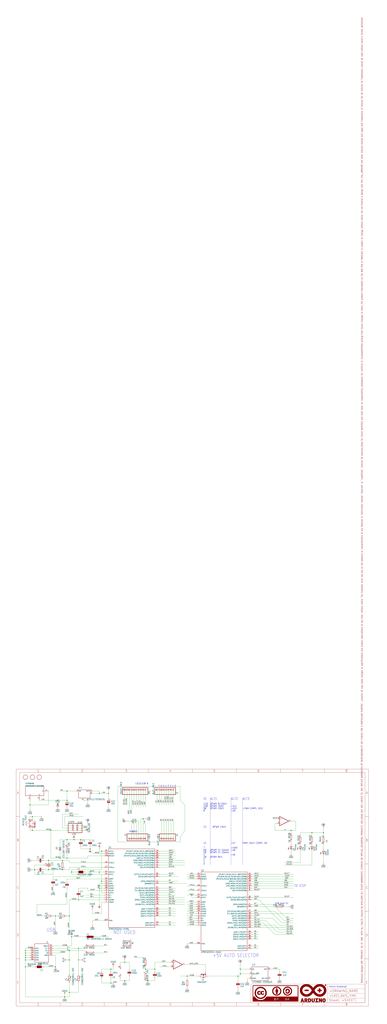
<source format=kicad_sch>
(kicad_sch (version 20211123) (generator eeschema)
  (paper "User" 425.45 1124.51)
  (lib_symbols
    (symbol "schematicEagle-eagle-import:+5V" (power)
      (property "Value" "+5V" (at -2.54 2.54 0))
      (symbol "+5V_1_0"
        (pin power_in line (at 0 -2.54 90) (length 2.54) (name "+5V") (number "1"))
      )
    )
    (symbol "schematicEagle-eagle-import:4R-NCAY16"
      (property "Reference" "RN" (at -5.08 -3.048 0))
      (property "Value" "4R-NCAY16" (at 2.54 -3.048 0))
      (symbol "4R-NCAY16_1_0"
        (pin passive line (at -5.08 0 0) (length 2.54) (name "1") (number "1"))
        (pin passive line (at 5.08 0 180) (length 2.54) (name "2") (number "8"))
      )
      (symbol "4R-NCAY16_2_0"
        (pin passive line (at -5.08 0 0) (length 2.54) (name "1") (number "2"))
        (pin passive line (at 5.08 0 180) (length 2.54) (name "2") (number "7"))
      )
      (symbol "4R-NCAY16_3_0"
        (pin passive line (at -5.08 0 0) (length 2.54) (name "1") (number "3"))
        (pin passive line (at 5.08 0 180) (length 2.54) (name "2") (number "6"))
      )
      (symbol "4R-NCAY16_4_0"
        (pin passive line (at -5.08 0 0) (length 2.54) (name "1") (number "4"))
        (pin passive line (at 5.08 0 180) (length 2.54) (name "2") (number "5"))
      )
    )
    (symbol "schematicEagle-eagle-import:A3-FRAME"
      (symbol "A3-FRAME_0_0"
        (text "1" (at 24.2094 1.905 0) (effects (font (size 2.54 2.286))))
        (text "1" (at 24.2094 258.445 0) (effects (font (size 2.54 2.286))))
        (text "2" (at 72.6281 1.905 0) (effects (font (size 2.54 2.286))))
        (text "2" (at 72.6281 258.445 0) (effects (font (size 2.54 2.286))))
        (text "3" (at 121.0469 1.905 0) (effects (font (size 2.54 2.286))))
        (text "3" (at 121.0469 258.445 0) (effects (font (size 2.54 2.286))))
        (text "4" (at 169.4656 1.905 0) (effects (font (size 2.54 2.286))))
        (text "4" (at 169.4656 258.445 0) (effects (font (size 2.54 2.286))))
        (text "5" (at 217.8844 1.905 0) (effects (font (size 2.54 2.286))))
        (text "5" (at 217.8844 258.445 0) (effects (font (size 2.54 2.286))))
        (text "6" (at 266.3031 1.905 0) (effects (font (size 2.54 2.286))))
        (text "6" (at 266.3031 258.445 0) (effects (font (size 2.54 2.286))))
        (text "7" (at 314.7219 1.905 0) (effects (font (size 2.54 2.286))))
        (text "7" (at 314.7219 258.445 0) (effects (font (size 2.54 2.286))))
        (text "8" (at 363.1406 1.905 0) (effects (font (size 2.54 2.286))))
        (text "8" (at 363.1406 258.445 0) (effects (font (size 2.54 2.286))))
        (text "A" (at 1.905 234.315 0) (effects (font (size 2.54 2.286))))
        (text "A" (at 385.445 234.315 0) (effects (font (size 2.54 2.286))))
        (text "B" (at 1.905 182.245 0) (effects (font (size 2.54 2.286))))
        (text "B" (at 385.445 182.245 0) (effects (font (size 2.54 2.286))))
        (text "C" (at 1.905 130.175 0) (effects (font (size 2.54 2.286))))
        (text "C" (at 385.445 130.175 0) (effects (font (size 2.54 2.286))))
        (text "D" (at 1.905 78.105 0) (effects (font (size 2.54 2.286))))
        (text "D" (at 385.445 78.105 0) (effects (font (size 2.54 2.286))))
        (text "E" (at 1.905 26.035 0) (effects (font (size 2.54 2.286))))
        (text "E" (at 385.445 26.035 0) (effects (font (size 2.54 2.286))))
      )
      (symbol "A3-FRAME_1_0"
        (text ">DRAWING_NAME" (at 344.17 15.24 0) (effects (font (size 2.54 2.54)) (justify left bottom)))
        (text ">LAST_DATE_TIME" (at 344.17 10.16 0) (effects (font (size 2.286 2.286)) (justify left bottom)))
        (text ">SHEET" (at 357.505 5.08 0) (effects (font (size 2.54 2.54)) (justify left bottom)))
        (text "Reference Designs ARE PROVIDED \"AS IS\" AND \"WITH ALL FAULTS. Arduino SA DISCLAIMS ALL OTHER WARRANTIES, EXPRESS OR IMPLIED,_REGARDING PRODUCTS, INCLUDING BUT NOT LIMITED TO, ANY IMPLIED WARRANTIES OF MERCHANTABILITY OR FITNESS FOR A PARTICULAR PURPOSE __Arduino SA may make changes to specifications and product descriptions at any time, without notice. The Customer must not_rely on the absence or characteristics of any features or instructions marked \"reserved\" or \"undefined.\" Arduino SA reserves_these for future definition and shall have no responsibility whatsoever for conflicts or incompatibilities arising from future changes to them._The product information on the Web Site or Materials is subject to change without notice. Do not finalize a design with this info__ARDUINO and other Arduino brands and logos and Trademarks of Arduino SA. All Arduino SA Trademarks cannot be used without owner's formal permission" (at 381 25.4 900) (effects (font (size 1.6764 1.4249)) (justify left bottom)))
        (text "Sheet:" (at 343.916 4.953 0) (effects (font (size 2.54 2.54)) (justify left bottom)))
      )
    )
    (symbol "schematicEagle-eagle-import:ATMEGA32U4-XUAU"
      (property "Value" "ATMEGA32U4-XUAU" (at -20.32 -63.5 0))
      (symbol "ATMEGA32U4-XUAU_1_0"
        (pin bidirectional line (at 35.56 -10.16 180) (length 5.08) (name "(INT6/AIN0)PE6") (number "1"))
        (pin bidirectional line (at 35.56 10.16 180) (length 5.08) (name "(PDI/MOSI/PCINT2)PB2") (number "10"))
        (pin bidirectional line (at 35.56 12.7 180) (length 5.08) (name "(PD0/MISO/PCINT3)PB3") (number "11"))
        (pin bidirectional line (at 35.56 22.86 180) (length 5.08) (name "(PCINT7/OC0A/OC1C/#RTS)PB7") (number "12"))
        (pin input inverted (at -25.4 17.78 0) (length 5.08) (name "RESET") (number "13"))
        (pin power_in line (at -25.4 -10.16 0) (length 5.08) (name "VCC") (number "14"))
        (pin power_in line (at -25.4 -12.7 0) (length 5.08) (name "GND") (number "15"))
        (pin bidirectional line (at -25.4 10.16 0) (length 5.08) (name "XTAL2") (number "16"))
        (pin bidirectional line (at -25.4 5.08 0) (length 5.08) (name "XTAL1") (number "17"))
        (pin bidirectional line (at 35.56 -35.56 180) (length 5.08) (name "(OC0B/SCL/INT0)PD0") (number "18"))
        (pin bidirectional line (at 35.56 -33.02 180) (length 5.08) (name "(SDA/INT1)PD1") (number "19"))
        (pin power_in line (at -25.4 -22.86 0) (length 5.08) (name "UVCC") (number "2"))
        (pin bidirectional line (at 35.56 -30.48 180) (length 5.08) (name "(RXD1/AIN1/INT2)PD2") (number "20"))
        (pin bidirectional line (at 35.56 -27.94 180) (length 5.08) (name "(TXD1/INT3)PD3") (number "21"))
        (pin bidirectional line (at 35.56 -22.86 180) (length 5.08) (name "(XCK1/#CTS)PD5") (number "22"))
        (pin power_in line (at -25.4 -15.24 0) (length 5.08) (name "GND1") (number "23"))
        (pin power_in line (at -25.4 -2.54 0) (length 5.08) (name "AVCC") (number "24"))
        (pin bidirectional line (at 35.56 -25.4 180) (length 5.08) (name "(ICP1/ADC8)PD4") (number "25"))
        (pin bidirectional line (at 35.56 -20.32 180) (length 5.08) (name "(T1/#OC4D/ADC9)PD6") (number "26"))
        (pin bidirectional line (at 35.56 -17.78 180) (length 5.08) (name "(T0/OC4D/ADC10)PD7") (number "27"))
        (pin bidirectional line (at 35.56 15.24 180) (length 5.08) (name "(ADC11/PCINT4)PB4") (number "28"))
        (pin bidirectional line (at 35.56 17.78 180) (length 5.08) (name "(PCINT5/OC1A/#OC4B/ADC12)PB5") (number "29"))
        (pin bidirectional line (at -25.4 -25.4 0) (length 5.08) (name "D-") (number "3"))
        (pin bidirectional line (at 35.56 20.32 180) (length 5.08) (name "(PCINT6/OC1B/OC4B/ADC13)PB6") (number "30"))
        (pin bidirectional line (at 35.56 -5.08 180) (length 5.08) (name "(OC3A/#0C4A)PC6") (number "31"))
        (pin bidirectional line (at 35.56 -2.54 180) (length 5.08) (name "(ICP3/CLK0/OC4A)PC7") (number "32"))
        (pin bidirectional line (at 35.56 -12.7 180) (length 5.08) (name "(#HWB)PE2") (number "33"))
        (pin power_in line (at -25.4 22.86 0) (length 5.08) (name "VCC1") (number "34"))
        (pin power_in line (at -25.4 -17.78 0) (length 5.08) (name "GND2") (number "35"))
        (pin bidirectional line (at 35.56 -40.64 180) (length 5.08) (name "(ADC7/TDI)PF7") (number "36"))
        (pin bidirectional line (at 35.56 -43.18 180) (length 5.08) (name "(ADC6/TDO)PF6") (number "37"))
        (pin bidirectional line (at 35.56 -45.72 180) (length 5.08) (name "(ADC5/TMS)PF5") (number "38"))
        (pin bidirectional line (at 35.56 -48.26 180) (length 5.08) (name "(ADC4/TCK)PF4") (number "39"))
        (pin bidirectional line (at -25.4 -27.94 0) (length 5.08) (name "D+") (number "4"))
        (pin bidirectional line (at 35.56 -55.88 180) (length 5.08) (name "(ADC1)PF1") (number "40"))
        (pin bidirectional line (at 35.56 -58.42 180) (length 5.08) (name "(ADC0)PF0") (number "41"))
        (pin power_in line (at -25.4 -7.62 0) (length 5.08) (name "AREF") (number "42"))
        (pin power_in line (at -25.4 20.32 0) (length 5.08) (name "GND3") (number "43"))
        (pin power_in line (at -25.4 0 0) (length 5.08) (name "AVCC1") (number "44"))
        (pin power_in line (at -25.4 -30.48 0) (length 5.08) (name "UGND") (number "5"))
        (pin passive line (at -25.4 -20.32 0) (length 5.08) (name "UCAP") (number "6"))
        (pin input line (at -25.4 -33.02 0) (length 5.08) (name "VBUS") (number "7"))
        (pin bidirectional line (at 35.56 5.08 180) (length 5.08) (name "(SS/PCINT0)PB0") (number "8"))
        (pin bidirectional line (at 35.56 7.62 180) (length 5.08) (name "(SCLK/PCINT1)PB1") (number "9"))
        (pin power_in line (at -25.4 -53.34 0) (length 5.08) (name "PAD") (number "P$1"))
      )
    )
    (symbol "schematicEagle-eagle-import:ATMEGA32U4-XUMU"
      (property "Value" "ATMEGA32U4-XUMU" (at -20.32 -63.5 0))
      (symbol "ATMEGA32U4-XUMU_1_0"
        (pin bidirectional line (at 35.56 -10.16 180) (length 5.08) (name "(INT6/AIN0)PE6") (number "1"))
        (pin bidirectional line (at 35.56 10.16 180) (length 5.08) (name "(PDI/MOSI/PCINT2)PB2") (number "10"))
        (pin bidirectional line (at 35.56 12.7 180) (length 5.08) (name "(PD0/MISO/PCINT3)PB3") (number "11"))
        (pin bidirectional line (at 35.56 22.86 180) (length 5.08) (name "(PCINT7/OC0A/OC1C/#RTS)PB7") (number "12"))
        (pin input inverted (at -25.4 17.78 0) (length 5.08) (name "RESET") (number "13"))
        (pin power_in line (at -25.4 -10.16 0) (length 5.08) (name "VCC") (number "14"))
        (pin power_in line (at -25.4 -12.7 0) (length 5.08) (name "GND") (number "15"))
        (pin bidirectional line (at -25.4 10.16 0) (length 5.08) (name "XTAL2") (number "16"))
        (pin bidirectional line (at -25.4 5.08 0) (length 5.08) (name "XTAL1") (number "17"))
        (pin bidirectional line (at 35.56 -35.56 180) (length 5.08) (name "(OC0B/SCL/INT0)PD0") (number "18"))
        (pin bidirectional line (at 35.56 -33.02 180) (length 5.08) (name "(SDA/INT1)PD1") (number "19"))
        (pin power_in line (at -25.4 -22.86 0) (length 5.08) (name "UVCC") (number "2"))
        (pin bidirectional line (at 35.56 -30.48 180) (length 5.08) (name "(RXD1/AIN1/INT2)PD2") (number "20"))
        (pin bidirectional line (at 35.56 -27.94 180) (length 5.08) (name "(TXD1/INT3)PD3") (number "21"))
        (pin bidirectional line (at 35.56 -22.86 180) (length 5.08) (name "(XCK1/#CTS)PD5") (number "22"))
        (pin power_in line (at -25.4 -15.24 0) (length 5.08) (name "GND1") (number "23"))
        (pin power_in line (at -25.4 -2.54 0) (length 5.08) (name "AVCC") (number "24"))
        (pin bidirectional line (at 35.56 -25.4 180) (length 5.08) (name "(ICP1/ADC8)PD4") (number "25"))
        (pin bidirectional line (at 35.56 -20.32 180) (length 5.08) (name "(T1/#OC4D/ADC9)PD6") (number "26"))
        (pin bidirectional line (at 35.56 -17.78 180) (length 5.08) (name "(T0/OC4D/ADC10)PD7") (number "27"))
        (pin bidirectional line (at 35.56 15.24 180) (length 5.08) (name "(ADC11/PCINT4)PB4") (number "28"))
        (pin bidirectional line (at 35.56 17.78 180) (length 5.08) (name "(PCINT5/OC1A/#OC4B/ADC12)PB5") (number "29"))
        (pin bidirectional line (at -25.4 -25.4 0) (length 5.08) (name "D-") (number "3"))
        (pin bidirectional line (at 35.56 20.32 180) (length 5.08) (name "(PCINT6/OC1B/OC4B/ADC13)PB6") (number "30"))
        (pin bidirectional line (at 35.56 -5.08 180) (length 5.08) (name "(OC3A/#0C4A)PC6") (number "31"))
        (pin bidirectional line (at 35.56 -2.54 180) (length 5.08) (name "(ICP3/CLK0/OC4A)PC7") (number "32"))
        (pin bidirectional line (at 35.56 -12.7 180) (length 5.08) (name "(#HWB)PE2") (number "33"))
        (pin power_in line (at -25.4 22.86 0) (length 5.08) (name "VCC1") (number "34"))
        (pin power_in line (at -25.4 -17.78 0) (length 5.08) (name "GND2") (number "35"))
        (pin bidirectional line (at 35.56 -40.64 180) (length 5.08) (name "(ADC7/TDI)PF7") (number "36"))
        (pin bidirectional line (at 35.56 -43.18 180) (length 5.08) (name "(ADC6/TDO)PF6") (number "37"))
        (pin bidirectional line (at 35.56 -45.72 180) (length 5.08) (name "(ADC5/TMS)PF5") (number "38"))
        (pin bidirectional line (at 35.56 -48.26 180) (length 5.08) (name "(ADC4/TCK)PF4") (number "39"))
        (pin bidirectional line (at -25.4 -27.94 0) (length 5.08) (name "D+") (number "4"))
        (pin bidirectional line (at 35.56 -55.88 180) (length 5.08) (name "(ADC1)PF1") (number "40"))
        (pin bidirectional line (at 35.56 -58.42 180) (length 5.08) (name "(ADC0)PF0") (number "41"))
        (pin power_in line (at -25.4 -7.62 0) (length 5.08) (name "AREF") (number "42"))
        (pin power_in line (at -25.4 20.32 0) (length 5.08) (name "GND3") (number "43"))
        (pin power_in line (at -25.4 0 0) (length 5.08) (name "AVCC1") (number "44"))
        (pin power_in line (at -25.4 -30.48 0) (length 5.08) (name "UGND") (number "5"))
        (pin passive line (at -25.4 -20.32 0) (length 5.08) (name "UCAP") (number "6"))
        (pin input line (at -25.4 -33.02 0) (length 5.08) (name "VBUS") (number "7"))
        (pin bidirectional line (at 35.56 5.08 180) (length 5.08) (name "(SS/PCINT0)PB0") (number "8"))
        (pin bidirectional line (at 35.56 7.62 180) (length 5.08) (name "(SCLK/PCINT1)PB1") (number "9"))
        (pin power_in line (at -25.4 -53.34 0) (length 5.08) (name "PAD") (number "EXP"))
      )
    )
    (symbol "schematicEagle-eagle-import:C-EUC0603"
      (property "Reference" "C" (at 1.524 0.381 0))
      (property "Value" "C-EUC0603" (at 1.524 -4.699 0))
      (symbol "C-EUC0603_1_0"
        (pin passive line (at 0 2.54 270) (length 2.54) (name "1") (number "1"))
        (pin passive line (at 0 -5.08 90) (length 2.54) (name "2") (number "2"))
      )
    )
    (symbol "schematicEagle-eagle-import:COM" (power)
      (symbol "COM_1_0"
        (pin power_in line (at 0 2.54 270) (length 2.54) (name "COM") (number "1"))
      )
    )
    (symbol "schematicEagle-eagle-import:CPOL-EUSMCB"
      (property "Reference" "C" (at 1.143 0.4826 0))
      (property "Value" "CPOL-EUSMCB" (at 1.143 -4.5974 0))
      (symbol "CPOL-EUSMCB_1_0"
        (text "+" (at -0.5842 0.4064 900) (effects (font (size 1.27 1.0795)) (justify left bottom)))
        (pin passive line (at 0 2.54 270) (length 2.54) (name "+") (number "+"))
        (pin passive line (at 0 -5.08 90) (length 2.54) (name "-") (number "-"))
      )
    )
    (symbol "schematicEagle-eagle-import:CRYSTAL-3.2-2.5"
      (property "Reference" "X" (at 2.54 1.016 0))
      (property "Value" "CRYSTAL-3.2-2.5" (at 2.54 -2.54 0))
      (symbol "CRYSTAL-3.2-2.5_1_0"
        (text "1" (at -2.159 -1.143 0) (effects (font (size 0.8636 0.734)) (justify left bottom)))
        (text "2" (at 1.524 -1.143 0) (effects (font (size 0.8636 0.734)) (justify left bottom)))
        (text "3" (at 1.143 2.794 900) (effects (font (size 0.8636 0.734)) (justify left bottom)))
        (pin passive line (at -2.54 0 0) (length 0) (name "C1") (number "1"))
        (pin passive line (at 0 -5.08 90) (length 2.54) (name "GND@1") (number "2"))
        (pin passive line (at 2.54 0 180) (length 0) (name "C2") (number "3"))
        (pin passive line (at 0 5.08 270) (length 2.54) (name "GND@2") (number "4"))
      )
    )
    (symbol "schematicEagle-eagle-import:DIODE-MINIMELF"
      (property "Reference" "D" (at 2.54 0.4826 0))
      (property "Value" "DIODE-MINIMELF" (at 2.54 -2.3114 0))
      (symbol "DIODE-MINIMELF_1_0"
        (pin passive line (at -2.54 0 0) (length 2.54) (name "A") (number "A"))
        (pin passive line (at 2.54 0 180) (length 2.54) (name "C") (number "C"))
      )
    )
    (symbol "schematicEagle-eagle-import:DIODE-SMB"
      (property "Reference" "D" (at 2.54 0.4826 0))
      (property "Value" "DIODE-SMB" (at 2.54 -2.3114 0))
      (symbol "DIODE-SMB_1_0"
        (pin passive line (at -2.54 0 0) (length 2.54) (name "A") (number "A"))
        (pin passive line (at 2.54 0 180) (length 2.54) (name "C") (number "C"))
      )
    )
    (symbol "schematicEagle-eagle-import:FIDUCIAL-1.5MM")
    (symbol "schematicEagle-eagle-import:GND" (power)
      (property "Value" "GND" (at -2.54 -2.54 0))
      (symbol "GND_1_0"
        (pin power_in line (at 0 2.54 270) (length 2.54) (name "GND") (number "1"))
      )
    )
    (symbol "schematicEagle-eagle-import:GND1" (power)
      (property "Value" "GND1" (at -2.159 -3.175 0))
      (symbol "GND1_1_0"
        (pin power_in line (at 0 2.54 270) (length 2.54) (name "GND1") (number "1"))
      )
    )
    (symbol "schematicEagle-eagle-import:L-EUL1812"
      (property "Reference" "L" (at -1.4986 -3.81 90))
      (property "Value" "L-EUL1812" (at 3.302 -3.81 90))
      (symbol "L-EUL1812_1_0"
        (pin passive line (at 0 5.08 270) (length 2.54) (name "1") (number "1"))
        (pin passive line (at 0 -5.08 90) (length 2.54) (name "2") (number "2"))
      )
    )
    (symbol "schematicEagle-eagle-import:LEDCHIPLED_0805"
      (property "Reference" "LED" (at 3.556 -4.572 90))
      (property "Value" "LEDCHIPLED_0805" (at 5.715 -4.572 90))
      (symbol "LEDCHIPLED_0805_1_0"
        (pin passive line (at 0 2.54 270) (length 2.54) (name "A") (number "A"))
        (pin passive line (at 0 -5.08 90) (length 2.54) (name "C") (number "C"))
      )
    )
    (symbol "schematicEagle-eagle-import:LMV358?MM"
      (symbol "LMV358?MM_1_0"
        (pin output line (at 7.62 0 180) (length 2.54) (name "OUT") (number "1"))
        (pin input line (at -7.62 -2.54 0) (length 2.54) (name "-IN") (number "2"))
        (pin input line (at -7.62 2.54 0) (length 2.54) (name "+IN") (number "3"))
      )
      (symbol "LMV358?MM_2_0"
        (pin input line (at -7.62 2.54 0) (length 2.54) (name "+IN") (number "5"))
        (pin input line (at -7.62 -2.54 0) (length 2.54) (name "-IN") (number "6"))
        (pin output line (at 7.62 0 180) (length 2.54) (name "OUT") (number "7"))
      )
      (symbol "LMV358?MM_3_0"
        (text "V+" (at 1.27 3.175 900) (effects (font (size 0.8128 0.6908)) (justify left bottom)))
        (text "V-" (at 1.27 -4.445 900) (effects (font (size 0.8128 0.6908)) (justify left bottom)))
        (pin power_in line (at 0 -7.62 90) (length 5.08) (name "V-") (number "4"))
        (pin power_in line (at 0 7.62 270) (length 5.08) (name "V+") (number "8"))
      )
    )
    (symbol "schematicEagle-eagle-import:LP2985-XXDBVR"
      (property "Reference" "IC" (at -7.62 8.89 0))
      (property "Value" "LP2985-XXDBVR" (at -7.62 -10.16 0))
      (symbol "LP2985-XXDBVR_1_0"
        (pin input line (at -10.16 5.08 0) (length 2.54) (name "IN") (number "1"))
        (pin power_in line (at -10.16 -5.08 0) (length 2.54) (name "GND") (number "2"))
        (pin input line (at -10.16 0 0) (length 2.54) (name "ON/~{OFF}") (number "3"))
        (pin passive line (at 12.7 -5.08 180) (length 2.54) (name "NC/FB") (number "4"))
        (pin passive line (at 12.7 5.08 180) (length 2.54) (name "OUT") (number "5"))
      )
    )
    (symbol "schematicEagle-eagle-import:MC33269ST"
      (property "Reference" "IC" (at -5.08 7.62 0))
      (property "Value" "MC33269ST" (at 3.81 -5.08 0))
      (symbol "MC33269ST_1_0"
        (pin input line (at 0 -5.08 90) (length 2.54) (name "GND/ADJ") (number "1"))
        (pin passive line (at 10.16 2.54 180) (length 2.54) (name "OUT@1") (number "2"))
        (pin input line (at -7.62 5.08 0) (length 2.54) (name "IN") (number "3"))
        (pin passive line (at 10.16 5.08 180) (length 2.54) (name "OUT") (number "4"))
      )
    )
    (symbol "schematicEagle-eagle-import:PINHD-1X10"
      (property "Reference" "JP" (at -6.35 13.335 0))
      (property "Value" "PINHD-1X10" (at -6.35 -17.78 0))
      (symbol "PINHD-1X10_1_0"
        (pin passive inverted (at -2.54 10.16 0) (length 2.54) (name "1") (number "1"))
        (pin passive inverted (at -2.54 -12.7 0) (length 2.54) (name "10") (number "10"))
        (pin passive inverted (at -2.54 7.62 0) (length 2.54) (name "2") (number "2"))
        (pin passive inverted (at -2.54 5.08 0) (length 2.54) (name "3") (number "3"))
        (pin passive inverted (at -2.54 2.54 0) (length 2.54) (name "4") (number "4"))
        (pin passive inverted (at -2.54 0 0) (length 2.54) (name "5") (number "5"))
        (pin passive inverted (at -2.54 -2.54 0) (length 2.54) (name "6") (number "6"))
        (pin passive inverted (at -2.54 -5.08 0) (length 2.54) (name "7") (number "7"))
        (pin passive inverted (at -2.54 -7.62 0) (length 2.54) (name "8") (number "8"))
        (pin passive inverted (at -2.54 -10.16 0) (length 2.54) (name "9") (number "9"))
      )
    )
    (symbol "schematicEagle-eagle-import:PINHD-1X6"
      (property "Reference" "JP" (at -6.35 10.795 0))
      (property "Value" "PINHD-1X6" (at -6.35 -10.16 0))
      (symbol "PINHD-1X6_1_0"
        (pin passive inverted (at -2.54 7.62 0) (length 2.54) (name "1") (number "1"))
        (pin passive inverted (at -2.54 5.08 0) (length 2.54) (name "2") (number "2"))
        (pin passive inverted (at -2.54 2.54 0) (length 2.54) (name "3") (number "3"))
        (pin passive inverted (at -2.54 0 0) (length 2.54) (name "4") (number "4"))
        (pin passive inverted (at -2.54 -2.54 0) (length 2.54) (name "5") (number "5"))
        (pin passive inverted (at -2.54 -5.08 0) (length 2.54) (name "6") (number "6"))
      )
    )
    (symbol "schematicEagle-eagle-import:PINHD-1X8"
      (property "Reference" "JP" (at -6.35 13.335 0))
      (property "Value" "PINHD-1X8" (at -6.35 -12.7 0))
      (symbol "PINHD-1X8_1_0"
        (pin passive inverted (at -2.54 10.16 0) (length 2.54) (name "1") (number "1"))
        (pin passive inverted (at -2.54 7.62 0) (length 2.54) (name "2") (number "2"))
        (pin passive inverted (at -2.54 5.08 0) (length 2.54) (name "3") (number "3"))
        (pin passive inverted (at -2.54 2.54 0) (length 2.54) (name "4") (number "4"))
        (pin passive inverted (at -2.54 0 0) (length 2.54) (name "5") (number "5"))
        (pin passive inverted (at -2.54 -2.54 0) (length 2.54) (name "6") (number "6"))
        (pin passive inverted (at -2.54 -5.08 0) (length 2.54) (name "7") (number "7"))
        (pin passive inverted (at -2.54 -7.62 0) (length 2.54) (name "8") (number "8"))
      )
    )
    (symbol "schematicEagle-eagle-import:PINHD-2X3"
      (property "Reference" "JP" (at -6.35 5.715 0))
      (property "Value" "PINHD-2X3" (at -6.35 -7.62 0))
      (symbol "PINHD-2X3_1_0"
        (pin passive inverted (at -2.54 2.54 0) (length 2.54) (name "1") (number "1"))
        (pin passive inverted (at 5.08 2.54 180) (length 2.54) (name "2") (number "2"))
        (pin passive inverted (at -2.54 0 0) (length 2.54) (name "3") (number "3"))
        (pin passive inverted (at 5.08 0 180) (length 2.54) (name "4") (number "4"))
        (pin passive inverted (at -2.54 -2.54 0) (length 2.54) (name "5") (number "5"))
        (pin passive inverted (at 5.08 -2.54 180) (length 2.54) (name "6") (number "6"))
      )
    )
    (symbol "schematicEagle-eagle-import:PMOSSOT23"
      (property "Reference" "T" (at 2.54 2.54 0))
      (property "Value" "PMOSSOT23" (at 2.54 0 0))
      (symbol "PMOSSOT23_1_0"
        (pin passive line (at 0 5.08 270) (length 2.54) (name "D") (number "1"))
        (pin passive line (at 0 -5.08 90) (length 2.54) (name "S") (number "2"))
        (pin passive line (at -5.08 -2.54 0) (length 2.54) (name "G") (number "3"))
      )
    )
    (symbol "schematicEagle-eagle-import:POWERSUPPLY_DC21MMX"
      (property "Value" "POWERSUPPLY_DC21MMX" (at -10.16 5.08 0))
      (symbol "POWERSUPPLY_DC21MMX_1_0"
        (pin power_in line (at -5.08 -10.16 90) (length 5.08) (name "1") (number "1"))
        (pin power_in line (at 5.08 -10.16 90) (length 5.08) (name "2") (number "2"))
        (pin power_in line (at 15.24 0 180) (length 5.08) (name "3") (number "3"))
      )
    )
    (symbol "schematicEagle-eagle-import:R-EU_R0402"
      (property "Reference" "R" (at -3.81 1.4986 0))
      (property "Value" "R-EU_R0402" (at -3.81 -3.302 0))
      (symbol "R-EU_R0402_1_0"
        (pin passive line (at -5.08 0 0) (length 2.54) (name "1") (number "1"))
        (pin passive line (at 5.08 0 180) (length 2.54) (name "2") (number "2"))
      )
    )
    (symbol "schematicEagle-eagle-import:R-EU_R0603"
      (property "Reference" "R" (at -3.81 1.4986 0))
      (property "Value" "R-EU_R0603" (at -3.81 -3.302 0))
      (symbol "R-EU_R0603_1_0"
        (pin passive line (at -5.08 0 0) (length 2.54) (name "1") (number "1"))
        (pin passive line (at 5.08 0 180) (length 2.54) (name "2") (number "2"))
      )
    )
    (symbol "schematicEagle-eagle-import:TPTP-1.00MM"
      (property "Reference" "TP" (at 0 0.508 0))
      (symbol "TPTP-1.00MM_1_0"
        (pin passive line (at 0 -2.54 90) (length 0) (name "P$1") (number "X"))
      )
    )
    (symbol "schematicEagle-eagle-import:TS42"
      (property "Value" "TS42" (at -3.81 3.175 90))
      (symbol "TS42_1_0"
        (pin passive line (at 0 -5.08 90) (length 2.54) (name "1") (number "1"))
        (pin passive line (at 2.54 -5.08 90) (length 2.54) (name "2") (number "2"))
        (pin passive line (at 0 5.08 270) (length 2.54) (name "3") (number "3"))
        (pin passive line (at 2.54 5.08 270) (length 2.54) (name "4") (number "4"))
        (pin power_in line (at 5.08 -5.08 90) (length 2.54) (name "5-GND") (number "5"))
      )
    )
    (symbol "schematicEagle-eagle-import:USB-MICRO-LEGACY"
      (property "Reference" "J" (at -7.62 8.382 0))
      (property "Value" "USB-MICRO-LEGACY" (at -7.62 -15.24 0))
      (symbol "USB-MICRO-LEGACY_1_0"
        (pin power_in line (at -12.7 5.08 0) (length 5.08) (name "VBUS") (number "P1"))
        (pin bidirectional line (at -12.7 2.54 0) (length 5.08) (name "D-") (number "P2"))
        (pin bidirectional line (at -12.7 0 0) (length 5.08) (name "D+") (number "P3"))
        (pin bidirectional line (at -12.7 -2.54 0) (length 5.08) (name "ID") (number "P4"))
        (pin passive line (at -12.7 -5.08 0) (length 5.08) (name "GND") (number "P5"))
        (pin passive line (at 12.7 2.54 180) (length 5.08) (name "SH1") (number "S1"))
        (pin passive line (at 12.7 0 180) (length 5.08) (name "SH2") (number "S2"))
        (pin passive line (at 12.7 -2.54 180) (length 5.08) (name "SH3") (number "S3"))
        (pin passive line (at 12.7 -5.08 180) (length 5.08) (name "SH4") (number "S4"))
        (pin passive line (at 12.7 -7.62 180) (length 5.08) (name "SH5") (number "S5"))
        (pin passive line (at 12.7 -10.16 180) (length 5.08) (name "SH6") (number "S6"))
      )
    )
    (symbol "schematicEagle-eagle-import:VARISTORCN0603"
      (property "Reference" "R" (at -2.54 3.81 0))
      (property "Value" "VARISTORCN0603" (at -2.54 -6.35 0))
      (symbol "VARISTORCN0603_1_0"
        (pin passive line (at 5.08 0 180) (length 2.54) (name "1") (number "1"))
        (pin passive line (at -5.08 0 0) (length 2.54) (name "2") (number "2"))
      )
    )
    (symbol "schematicEagle-eagle-import:VUSB" (power)
      (property "Value" "VUSB" (at -3.048 2.032 0))
      (symbol "VUSB_1_0"
        (pin power_in line (at 0 -2.54 90) (length 2.54) (name "VUSB") (number "1"))
      )
    )
    (symbol "schematicEagle-eagle-import:WE-CBF_0805"
      (property "Reference" "L" (at -3.81 5.08 0))
      (property "Value" "WE-CBF_0805" (at -3.81 -1.27 0))
      (symbol "WE-CBF_0805_1_0"
        (pin passive line (at -5.08 2.54 0) (length 2.54) (name "1") (number "1"))
        (pin passive line (at 5.08 2.54 180) (length 2.54) (name "2") (number "2"))
      )
    )
  )
  (junction (at 355.6 914.4))
  (junction (at 137.16 1056.64))
  (junction (at 55.88 911.86))
  (junction (at 27.94 1061.72))
  (junction (at 86.36 1054.1))
  (junction (at 121.92 1079.5))
  (junction (at 76.2 1089.66))
  (junction (at 68.58 955.04))
  (junction (at 78.74 1028.7))
  (junction (at 38.1 955.04))
  (junction (at 86.36 1041.4))
  (junction (at 157.48 899.16))
  (junction (at 261.62 1071.88))
  (junction (at 210.82 982.98))
  (junction (at 27.94 1051.56))
  (junction (at 81.28 922.02))
  (junction (at 119.38 871.22))
  (junction (at 68.58 944.88))
  (junction (at 111.76 967.74))
  (junction (at 160.02 1064.26))
  (junction (at 109.22 871.22))
  (junction (at 137.16 1076.96))
  (junction (at 78.74 957.58))
  (junction (at 35.56 896.62))
  (junction (at 73.66 878.84))
  (junction (at 109.22 957.58))
  (junction (at 76.2 1043.94))
  (junction (at 27.94 1054.1))
  (junction (at 53.34 944.88))
  (junction (at 73.66 942.34))
  (junction (at 205.74 1071.88))
  (junction (at 109.22 972.82))
  (junction (at 73.66 922.02))
  (junction (at 111.76 934.72))
  (junction (at 162.56 1076.96))
  (junction (at 35.56 911.86))
  (junction (at 264.16 1069.34))
  (junction (at 264.16 1064.26))
  (junction (at 53.34 955.04))
  (junction (at 27.94 1049.02))
  (junction (at 60.96 1061.72))
  (junction (at 27.94 1046.48))
  (junction (at 27.94 1043.94))
  (junction (at 60.96 1005.84))
  (junction (at 76.2 1005.84))
  (junction (at 170.18 1064.26))
  (junction (at 86.36 988.06))
  (junction (at 71.12 1094.74))
  (junction (at 121.92 1064.26))
  (junction (at 144.78 901.7))
  (junction (at 342.9 914.4))
  (junction (at 99.06 957.58))
  (junction (at 33.02 883.92))
  (junction (at 73.66 868.68))
  (junction (at 320.04 911.86))
  (junction (at 99.06 932.18))
  (junction (at 109.22 975.36))
  (junction (at 63.5 878.84))
  (junction (at 76.2 1054.1))
  (junction (at 66.04 942.34))
  (junction (at 88.9 922.02))
  (wire (pts (xy 114.3 1010.92) (xy 101.6 1010.92)))
  (wire (pts (xy 330.2 947.42) (xy 312.42 947.42)))
  (wire (pts (xy 175.26 952.5) (xy 193.04 952.5)))
  (wire (pts (xy 170.18 1064.26) (xy 160.02 1064.26)))
  (wire (pts (xy 276.86 962.66) (xy 322.58 962.66)))
  (wire (pts (xy 76.2 955.04) (xy 76.2 952.5)))
  (wire (pts (xy 175.26 970.28) (xy 205.74 970.28)))
  (wire (pts (xy 73.66 868.68) (xy 66.04 868.68)))
  (wire (pts (xy 299.72 1008.38) (xy 307.34 1016)))
  (wire (pts (xy 114.3 965.2) (xy 73.66 965.2)))
  (wire (pts (xy 76.2 1089.66) (xy 76.2 1079.5)))
  (wire (pts (xy 182.88 899.16) (xy 182.88 919.48)))
  (wire (pts (xy 66.04 934.72) (xy 66.04 942.34)))
  (wire (pts (xy 276.86 1000.76) (xy 302.26 1000.76)))
  (wire (pts (xy 180.34 899.16) (xy 180.34 919.48)))
  (wire (pts (xy 276.86 972.82) (xy 322.58 972.82)))
  (wire (pts (xy 190.5 883.92) (xy 190.5 868.68)))
  (wire (pts (xy 86.36 988.06) (xy 76.2 988.06)))
  (wire (pts (xy 48.26 949.96) (xy 38.1 949.96)))
  (wire (pts (xy 355.6 947.42) (xy 355.6 939.8)))
  (wire (pts (xy 312.42 1010.92) (xy 322.58 1010.92)))
  (wire (pts (xy 276.86 1018.54) (xy 322.58 1018.54)))
  (wire (pts (xy 170.18 1074.42) (xy 170.18 1076.96)))
  (wire (pts (xy 53.34 883.92) (xy 53.34 868.68)))
  (wire (pts (xy 119.38 876.3) (xy 119.38 871.22)))
  (wire (pts (xy 99.06 932.18) (xy 88.9 932.18)))
  (wire (pts (xy 111.76 1064.26) (xy 121.92 1064.26)))
  (wire (pts (xy 152.4 919.48) (xy 152.4 901.7)))
  (wire (pts (xy 157.48 886.46) (xy 157.48 868.68)))
  (wire (pts (xy 86.36 1079.5) (xy 86.36 1089.66)))
  (wire (pts (xy 91.44 1041.4) (xy 86.36 1041.4)))
  (wire (pts (xy 160.02 1066.8) (xy 160.02 1064.26)))
  (wire (pts (xy 330.2 934.72) (xy 330.2 947.42)))
  (wire (pts (xy 160.02 904.24) (xy 160.02 919.48)))
  (wire (pts (xy 187.96 883.92) (xy 187.96 868.68)))
  (wire (pts (xy 81.28 922.02) (xy 88.9 922.02)))
  (wire (pts (xy 274.32 1064.26) (xy 264.16 1064.26)))
  (wire (pts (xy 195.58 967.74) (xy 175.26 967.74)))
  (wire (pts (xy 96.52 878.84) (xy 96.52 881.38)))
  (wire (pts (xy 147.32 886.46) (xy 147.32 868.68)))
  (wire (pts (xy 86.36 1054.1) (xy 86.36 1041.4)))
  (wire (pts (xy 86.36 1069.34) (xy 86.36 1054.1)))
  (wire (pts (xy 68.58 909.32) (xy 68.58 894.08)))
  (wire (pts (xy 342.9 949.96) (xy 342.9 934.72)))
  (wire (pts (xy 101.6 871.22) (xy 109.22 871.22)))
  (wire (pts (xy 210.82 982.98) (xy 215.9 982.98)))
  (wire (pts (xy 261.62 1076.96) (xy 261.62 1071.88)))
  (wire (pts (xy 111.76 1066.8) (xy 111.76 1064.26)))
  (wire (pts (xy 198.12 863.6) (xy 198.12 878.84)))
  (wire (pts (xy 33.02 878.84) (xy 33.02 883.92)))
  (wire (pts (xy 73.66 922.02) (xy 66.04 922.02)))
  (wire (pts (xy 109.22 934.72) (xy 109.22 932.18)))
  (wire (pts (xy 129.54 924.56) (xy 129.54 863.6)))
  (wire (pts (xy 187.96 1061.72) (xy 175.26 1061.72)))
  (wire (pts (xy 203.2 883.92) (xy 203.2 911.86)))
  (wire (pts (xy 314.96 1008.38) (xy 299.72 993.14)))
  (wire (pts (xy 73.66 927.1) (xy 73.66 922.02)))
  (wire (pts (xy 203.2 1059.18) (xy 226.06 1059.18)))
  (wire (pts (xy 170.18 1056.64) (xy 187.96 1056.64)))
  (wire (pts (xy 111.76 934.72) (xy 114.3 934.72)))
  (wire (pts (xy 119.38 1028.7) (xy 104.14 1028.7)))
  (wire (pts (xy 109.22 970.28) (xy 109.22 972.82)))
  (wire (pts (xy 325.12 911.86) (xy 320.04 911.86)))
  (wire (pts (xy 33.02 1041.4) (xy 27.94 1041.4)))
  (wire (pts (xy 93.98 1043.94) (xy 93.98 1046.48)))
  (wire (pts (xy 86.36 1041.4) (xy 58.42 1041.4)))
  (wire (pts (xy 60.96 1005.84) (xy 58.42 1005.84)))
  (wire (pts (xy 274.32 1069.34) (xy 264.16 1069.34)))
  (wire (pts (xy 53.34 944.88) (xy 68.58 944.88)))
  (wire (pts (xy 33.02 899.16) (xy 33.02 896.62)))
  (wire (pts (xy 132.08 1056.64) (xy 132.08 1059.18)))
  (wire (pts (xy 58.42 1049.02) (xy 60.96 1049.02)))
  (wire (pts (xy 170.18 1064.26) (xy 170.18 1066.8)))
  (wire (pts (xy 58.42 949.96) (xy 58.42 960.12)))
  (wire (pts (xy 48.26 955.04) (xy 53.34 955.04)))
  (wire (pts (xy 137.16 1054.1) (xy 137.16 1056.64)))
  (wire (pts (xy 78.74 1038.86) (xy 78.74 1028.7)))
  (wire (pts (xy 149.86 919.48) (xy 149.86 899.16)))
  (wire (pts (xy 121.92 1079.5) (xy 124.46 1079.5)))
  (wire (pts (xy 271.78 1074.42) (xy 271.78 1076.96)))
  (wire (pts (xy 299.72 993.14) (xy 276.86 993.14)))
  (wire (pts (xy 109.22 975.36) (xy 109.22 993.14)))
  (wire (pts (xy 355.6 914.4) (xy 355.6 909.32)))
  (wire (pts (xy 27.94 1043.94) (xy 27.94 1046.48)))
  (wire (pts (xy 33.02 1051.56) (xy 27.94 1051.56)))
  (wire (pts (xy 203.2 947.42) (xy 175.26 947.42)))
  (wire (pts (xy 78.74 911.86) (xy 55.88 911.86)))
  (wire (pts (xy 215.9 1016) (xy 205.74 1016)))
  (wire (pts (xy 76.2 1043.94) (xy 58.42 1043.94)))
  (wire (pts (xy 76.2 944.88) (xy 68.58 944.88)))
  (wire (pts (xy 198.12 919.48) (xy 198.12 924.56)))
  (wire (pts (xy 299.72 899.16) (xy 304.8 899.16)))
  (wire (pts (xy 109.22 957.58) (xy 114.3 957.58)))
  (wire (pts (xy 139.7 883.92) (xy 139.7 868.68)))
  (wire (pts (xy 312.42 949.96) (xy 342.9 949.96)))
  (wire (pts (xy 264.16 1069.34) (xy 264.16 1064.26)))
  (wire (pts (xy 154.94 886.46) (xy 154.94 868.68)))
  (wire (pts (xy 111.76 1003.3) (xy 101.6 1003.3)))
  (wire (pts (xy 205.74 1071.88) (xy 218.44 1071.88)))
  (wire (pts (xy 302.26 911.86) (xy 302.26 904.24)))
  (wire (pts (xy 66.04 942.34) (xy 73.66 942.34)))
  (wire (pts (xy 78.74 960.12) (xy 114.3 960.12)))
  (wire (pts (xy 86.36 909.32) (xy 96.52 909.32)))
  (wire (pts (xy 276.86 1038.86) (xy 284.48 1038.86)))
  (wire (pts (xy 53.34 947.42) (xy 53.34 944.88)))
  (wire (pts (xy 27.94 1051.56) (xy 27.94 1049.02)))
  (wire (pts (xy 226.06 1066.8) (xy 226.06 1059.18)))
  (wire (pts (xy 160.02 1076.96) (xy 162.56 1076.96)))
  (wire (pts (xy 109.22 972.82) (xy 109.22 975.36)))
  (wire (pts (xy 111.76 955.04) (xy 78.74 955.04)))
  (wire (pts (xy 86.36 975.36) (xy 86.36 977.9)))
  (wire (pts (xy 320.04 914.4) (xy 320.04 911.86)))
  (wire (pts (xy 40.64 1005.84) (xy 48.26 1005.84)))
  (wire (pts (xy 304.8 1023.62) (xy 322.58 1023.62)))
  (wire (pts (xy 35.56 909.32) (xy 35.56 911.86)))
  (wire (pts (xy 175.26 942.34) (xy 193.04 942.34)))
  (wire (pts (xy 101.6 1003.3) (xy 101.6 998.22)))
  (wire (pts (xy 114.3 982.98) (xy 93.98 982.98)))
  (wire (pts (xy 101.6 868.68) (xy 109.22 868.68)))
  (wire (pts (xy 302.26 904.24) (xy 304.8 904.24)))
  (wire (pts (xy 276.86 1026.16) (xy 284.48 1026.16)))
  (wire (pts (xy 215.9 1036.32) (xy 205.74 1036.32)))
  (wire (pts (xy 307.34 1021.08) (xy 322.58 1021.08)))
  (wire (pts (xy 264.16 1064.26) (xy 264.16 1059.18)))
  (wire (pts (xy 276.86 965.2) (xy 322.58 965.2)))
  (wire (pts (xy 276.86 1008.38) (xy 299.72 1008.38)))
  (wire (pts (xy 144.78 894.08) (xy 144.78 868.68)))
  (wire (pts (xy 76.2 1005.84) (xy 76.2 1021.08)))
  (wire (pts (xy 157.48 899.16) (xy 160.02 899.16)))
  (wire (pts (xy 33.02 911.86) (xy 35.56 911.86)))
  (wire (pts (xy 38.1 955.04) (xy 40.64 955.04)))
  (wire (pts (xy 203.2 911.86) (xy 198.12 919.48)))
  (wire (pts (xy 93.98 957.58) (xy 99.06 957.58)))
  (wire (pts (xy 99.06 962.66) (xy 99.06 957.58)))
  (wire (pts (xy 114.3 952.5) (xy 76.2 952.5)))
  (wire (pts (xy 27.94 1061.72) (xy 27.94 1054.1)))
  (wire (pts (xy 96.52 904.24) (xy 96.52 906.78)))
  (wire (pts (xy 284.48 988.06) (xy 276.86 988.06)))
  (wire (pts (xy 205.74 1074.42) (xy 205.74 1071.88)))
  (wire (pts (xy 215.9 1003.3) (xy 205.74 1003.3)))
  (wire (pts (xy 35.56 944.88) (xy 40.64 944.88)))
  (wire (pts (xy 322.58 1003.3) (xy 276.86 1003.3)))
  (wire (pts (xy 274.32 1074.42) (xy 271.78 1074.42)))
  (wire (pts (xy 111.76 934.72) (xy 111.76 955.04)))
  (wire (pts (xy 203.2 985.52) (xy 175.26 985.52)))
  (wire (pts (xy 330.2 914.4) (xy 330.2 916.94)))
  (wire (pts (xy 154.94 919.48) (xy 154.94 899.16)))
  (wire (pts (xy 203.2 993.14) (xy 175.26 993.14)))
  (wire (pts (xy 53.34 952.5) (xy 53.34 955.04)))
  (wire (pts (xy 83.82 868.68) (xy 73.66 868.68)))
  (wire (pts (xy 27.94 1041.4) (xy 27.94 1043.94)))
  (wire (pts (xy 152.4 886.46) (xy 152.4 868.68)))
  (wire (pts (xy 215.9 965.2) (xy 205.74 965.2)))
  (wire (pts (xy 325.12 911.86) (xy 325.12 901.7)))
  (wire (pts (xy 177.8 883.92) (xy 177.8 868.68)))
  (wire (pts (xy 76.2 1089.66) (xy 76.2 1094.74)))
  (wire (pts (xy 73.66 1054.1) (xy 76.2 1054.1)))
  (wire (pts (xy 175.26 982.98) (xy 193.04 982.98)))
  (wire (pts (xy 73.66 937.26) (xy 73.66 942.34)))
  (wire (pts (xy 342.9 916.94) (xy 342.9 914.4)))
  (wire (pts (xy 33.02 1046.48) (xy 27.94 1046.48)))
  (wire (pts (xy 342.9 914.4) (xy 355.6 914.4)))
  (wire (pts (xy 58.42 965.2) (xy 58.42 962.66)))
  (wire (pts (xy 261.62 1071.88) (xy 264.16 1071.88)))
  (wire (pts (xy 78.74 1028.7) (xy 93.98 1028.7)))
  (wire (pts (xy 73.66 878.84) (xy 73.66 868.68)))
  (wire (pts (xy 355.6 916.94) (xy 355.6 914.4)))
  (wire (pts (xy 289.56 1013.46) (xy 276.86 1013.46)))
  (wire (pts (xy 144.78 901.7) (xy 139.7 901.7)))
  (wire (pts (xy 99.06 932.18) (xy 99.06 929.64)))
  (wire (pts (xy 172.72 883.92) (xy 172.72 868.68)))
  (wire (pts (xy 109.22 960.12) (xy 109.22 957.58)))
  (wire (pts (xy 177.8 899.16) (xy 177.8 919.48)))
  (wire (pts (xy 160.02 868.68) (xy 160.02 886.46)))
  (wire (pts (xy 93.98 1043.94) (xy 76.2 1043.94)))
  (wire (pts (xy 78.74 1026.16) (xy 78.74 1028.7)))
  (wire (pts (xy 38.1 1061.72) (xy 27.94 1061.72)))
  (wire (pts (xy 320.04 901.7) (xy 325.12 901.7)))
  (wire (pts (xy 114.3 985.52) (xy 93.98 985.52)))
  (wire (pts (xy 309.88 1013.46) (xy 284.48 988.06)))
  (wire (pts (xy 99.06 957.58) (xy 109.22 957.58)))
  (wire (pts (xy 66.04 1046.48) (xy 58.42 1046.48)))
  (wire (pts (xy 187.96 899.16) (xy 187.96 919.48)))
  (wire (pts (xy 182.88 883.92) (xy 182.88 868.68)))
  (wire (pts (xy 121.92 1066.8) (xy 121.92 1064.26)))
  (wire (pts (xy 203.2 949.96) (xy 175.26 949.96)))
  (wire (pts (xy 33.02 896.62) (xy 35.56 896.62)))
  (wire (pts (xy 129.54 863.6) (xy 198.12 863.6)))
  (wire (pts (xy 203.2 990.6) (xy 175.26 990.6)))
  (wire (pts (xy 276.86 995.68) (xy 302.26 995.68)))
  (wire (pts (xy 289.56 1013.46) (xy 302.26 1026.16)))
  (wire (pts (xy 137.16 1056.64) (xy 142.24 1056.64)))
  (wire (pts (xy 193.04 975.36) (xy 175.26 975.36)))
  (wire (pts (xy 149.86 886.46) (xy 149.86 868.68)))
  (wire (pts (xy 154.94 899.16) (xy 157.48 899.16)))
  (wire (pts (xy 88.9 922.02) (xy 99.06 922.02)))
  (wire (pts (xy 309.88 1013.46) (xy 322.58 1013.46)))
  (wire (pts (xy 73.66 993.14) (xy 40.64 993.14)))
  (wire (pts (xy 33.02 1043.94) (xy 27.94 1043.94)))
  (wire (pts (xy 215.9 985.52) (xy 210.82 985.52)))
  (wire (pts (xy 73.66 922.02) (xy 81.28 922.02)))
  (wire (pts (xy 193.04 960.12) (xy 175.26 960.12)))
  (wire (pts (xy 144.78 919.48) (xy 144.78 901.7)))
  (wire (pts (xy 228.6 1071.88) (xy 261.62 1071.88)))
  (wire (pts (xy 58.42 962.66) (xy 99.06 962.66)))
  (polyline (pts (xy 254 876.3) (xy 254 949.96)))
  (wire (pts (xy 38.1 960.12) (xy 38.1 955.04)))
  (wire (pts (xy 215.9 1008.38) (xy 205.74 1008.38)))
  (wire (pts (xy 78.74 955.04) (xy 78.74 957.58)))
  (wire (pts (xy 276.86 970.28) (xy 322.58 970.28)))
  (wire (pts (xy 124.46 1061.72) (xy 124.46 1064.26)))
  (polyline (pts (xy 231.14 876.3) (xy 231.14 949.96)))
  (wire (pts (xy 111.76 960.12) (xy 111.76 967.74)))
  (wire (pts (xy 119.38 883.92) (xy 119.38 886.46)))
  (wire (pts (xy 152.4 901.7) (xy 144.78 901.7)))
  (wire (pts (xy 55.88 942.34) (xy 66.04 942.34)))
  (wire (pts (xy 119.38 871.22) (xy 119.38 868.68)))
  (wire (pts (xy 119.38 871.22) (xy 109.22 871.22)))
  (wire (pts (xy 73.66 975.36) (xy 73.66 993.14)))
  (wire (pts (xy 104.14 1046.48) (xy 114.3 1046.48)))
  (wire (pts (xy 292.1 1010.92) (xy 304.8 1023.62)))
  (wire (pts (xy 114.3 990.6) (xy 111.76 990.6)))
  (wire (pts (xy 215.9 998.22) (xy 205.74 998.22)))
  (wire (pts (xy 342.9 914.4) (xy 330.2 914.4)))
  (wire (pts (xy 307.34 1016) (xy 322.58 1016)))
  (wire (pts (xy 314.96 1008.38) (xy 322.58 1008.38)))
  (wire (pts (xy 193.04 939.8) (xy 175.26 939.8)))
  (wire (pts (xy 355.6 932.18) (xy 355.6 927.1)))
  (wire (pts (xy 48.26 944.88) (xy 53.34 944.88)))
  (wire (pts (xy 43.18 878.84) (xy 63.5 878.84)))
  (wire (pts (xy 142.24 1071.88) (xy 142.24 1076.96)))
  (wire (pts (xy 88.9 1054.1) (xy 86.36 1054.1)))
  (wire (pts (xy 91.44 878.84) (xy 96.52 878.84)))
  (wire (pts (xy 261.62 1084.58) (xy 261.62 1087.12)))
  (wire (pts (xy 96.52 977.9) (xy 96.52 975.36)))
  (polyline (pts (xy 266.7 876.3) (xy 266.7 949.96)))
  (wire (pts (xy 114.3 939.8) (xy 96.52 939.8)))
  (wire (pts (xy 193.04 934.72) (xy 175.26 934.72)))
  (wire (pts (xy 276.86 1031.24) (xy 284.48 1031.24)))
  (wire (pts (xy 276.86 1023.62) (xy 284.48 1023.62)))
  (wire (pts (xy 185.42 899.16) (xy 185.42 919.48)))
  (wire (pts (xy 157.48 919.48) (xy 157.48 899.16)))
  (wire (pts (xy 205.74 982.98) (xy 210.82 982.98)))
  (wire (pts (xy 60.96 1061.72) (xy 60.96 1049.02)))
  (wire (pts (xy 215.9 972.82) (xy 205.74 972.82)))
  (wire (pts (xy 190.5 899.16) (xy 190.5 919.48)))
  (wire (pts (xy 215.9 1000.76) (xy 205.74 1000.76)))
  (wire (pts (xy 73.66 942.34) (xy 96.52 942.34)))
  (wire (pts (xy 35.56 896.62) (xy 45.72 896.62)))
  (wire (pts (xy 96.52 906.78) (xy 86.36 906.78)))
  (wire (pts (xy 40.64 993.14) (xy 40.64 1005.84)))
  (wire (pts (xy 33.02 883.92) (xy 33.02 889)))
  (wire (pts (xy 175.26 1003.3) (xy 193.04 1003.3)))
  (wire (pts (xy 96.52 975.36) (xy 86.36 975.36)))
  (wire (pts (xy 76.2 1069.34) (xy 76.2 1054.1)))
  (wire (pts (xy 114.3 972.82) (xy 109.22 972.82)))
  (wire (pts (xy 68.58 894.08) (xy 86.36 894.08)))
  (wire (pts (xy 205.74 993.14) (xy 215.9 993.14)))
  (wire (pts (xy 27.94 1054.1) (xy 27.94 1051.56)))
  (wire (pts (xy 27.94 1094.74) (xy 27.94 1061.72)))
  (wire (pts (xy 71.12 1094.74) (xy 27.94 1094.74)))
  (wire (pts (xy 276.86 975.36) (xy 322.58 975.36)))
  (wire (pts (xy 73.66 967.74) (xy 73.66 965.2)))
  (wire (pts (xy 215.9 977.9) (xy 205.74 977.9)))
  (wire (pts (xy 137.16 883.92) (xy 137.16 868.68)))
  (wire (pts (xy 276.86 967.74) (xy 322.58 967.74)))
  (wire (pts (xy 109.22 868.68) (xy 109.22 871.22)))
  (wire (pts (xy 114.3 988.06) (xy 86.36 988.06)))
  (wire (pts (xy 66.04 922.02) (xy 66.04 929.64)))
  (wire (pts (xy 111.76 967.74) (xy 114.3 967.74)))
  (wire (pts (xy 175.26 1005.84) (xy 193.04 1005.84)))
  (wire (pts (xy 175.26 1000.76) (xy 193.04 1000.76)))
  (wire (pts (xy 198.12 1071.88) (xy 205.74 1071.88)))
  (wire (pts (xy 96.52 939.8) (xy 96.52 942.34)))
  (wire (pts (xy 193.04 980.44) (xy 175.26 980.44)))
  (wire (pts (xy 33.02 909.32) (xy 33.02 911.86)))
  (wire (pts (xy 114.3 977.9) (xy 96.52 977.9)))
  (wire (pts (xy 147.32 1051.56) (xy 160.02 1051.56)))
  (wire (pts (xy 60.96 1005.84) (xy 60.96 1021.08)))
  (wire (pts (xy 114.3 975.36) (xy 109.22 975.36)))
  (wire (pts (xy 302.26 1016) (xy 307.34 1021.08)))
  (wire (pts (xy 27.94 1046.48) (xy 27.94 1049.02)))
  (wire (pts (xy 137.16 1056.64) (xy 132.08 1056.64)))
  (wire (pts (xy 71.12 896.62) (xy 91.44 896.62)))
  (wire (pts (xy 302.26 1026.16) (xy 322.58 1026.16)))
  (wire (pts (xy 175.26 1013.46) (xy 193.04 1013.46)))
  (wire (pts (xy 63.5 881.38) (xy 63.5 878.84)))
  (wire (pts (xy 48.26 1061.72) (xy 60.96 1061.72)))
  (wire (pts (xy 198.12 924.56) (xy 129.54 924.56)))
  (wire (pts (xy 63.5 878.84) (xy 73.66 878.84)))
  (wire (pts (xy 111.76 990.6) (xy 111.76 1003.3)))
  (wire (pts (xy 198.12 878.84) (xy 203.2 883.92)))
  (wire (pts (xy 114.3 980.44) (xy 111.76 980.44)))
  (wire (pts (xy 276.86 1028.7) (xy 284.48 1028.7)))
  (wire (pts (xy 276.86 1041.4) (xy 284.48 1041.4)))
  (wire (pts (xy 142.24 1076.96) (xy 137.16 1076.96)))
  (wire (pts (xy 276.86 1016) (xy 302.26 1016)))
  (wire (pts (xy 78.74 906.78) (xy 71.12 906.78)))
  (wire (pts (xy 76.2 1054.1) (xy 76.2 1043.94)))
  (wire (pts (xy 78.74 957.58) (xy 78.74 960.12)))
  (wire (pts (xy 180.34 883.92) (xy 180.34 868.68)))
  (wire (pts (xy 175.26 1016) (xy 193.04 1016)))
  (wire (pts (xy 111.76 934.72) (xy 109.22 934.72)))
  (wire (pts (xy 111.76 980.44) (xy 111.76 967.74)))
  (wire (pts (xy 302.26 1000.76) (xy 312.42 1010.92)))
  (wire (pts (xy 137.16 1076.96) (xy 132.08 1076.96)))
  (wire (pts (xy 322.58 985.52) (xy 276.86 985.52)))
  (wire (pts (xy 104.14 1038.86) (xy 114.3 1038.86)))
  (wire (pts (xy 68.58 955.04) (xy 76.2 955.04)))
  (wire (pts (xy 58.42 977.9) (xy 58.42 972.82)))
  (wire (pts (xy 93.98 911.86) (xy 86.36 911.86)))
  (wire (pts (xy 55.88 911.86) (xy 55.88 942.34)))
  (wire (pts (xy 132.08 1076.96) (xy 132.08 1074.42)))
  (wire (pts (xy 88.9 932.18) (xy 88.9 929.64)))
  (wire (pts (xy 193.04 937.26) (xy 175.26 937.26)))
  (wire (pts (xy 264.16 1071.88) (xy 264.16 1069.34)))
  (wire (pts (xy 76.2 947.42) (xy 76.2 944.88)))
  (wire (pts (xy 193.04 977.9) (xy 175.26 977.9)))
  (wire (pts (xy 215.9 1010.92) (xy 205.74 1010.92)))
  (wire (pts (xy 170.18 1064.26) (xy 170.18 1056.64)))
  (wire (pts (xy 215.9 990.6) (xy 205.74 990.6)))
  (wire (pts (xy 320.04 937.26) (xy 320.04 934.72)))
  (wire (pts (xy 205.74 960.12) (xy 215.9 960.12)))
  (wire (pts (xy 160.02 1061.72) (xy 160.02 1064.26)))
  (wire (pts (xy 307.34 1064.26) (xy 307.34 1066.8)))
  (wire (pts (xy 297.18 1064.26) (xy 307.34 1064.26)))
  (wire (pts (xy 53.34 955.04) (xy 68.58 955.04)))
  (wire (pts (xy 121.92 1074.42) (xy 121.92 1079.5)))
  (wire (pts (xy 320.04 924.56) (xy 320.04 927.1)))
  (wire (pts (xy 276.86 960.12) (xy 322.58 960.12)))
  (wire (pts (xy 33.02 1049.02) (xy 27.94 1049.02)))
  (wire (pts (xy 215.9 995.68) (xy 205.74 995.68)))
  (wire (pts (xy 276.86 977.9) (xy 284.48 977.9)))
  (wire (pts (xy 147.32 899.16) (xy 147.32 919.48)))
  (wire (pts (xy 86.36 985.52) (xy 86.36 988.06)))
  (wire (pts (xy 63.5 1005.84) (xy 60.96 1005.84)))
  (wire (pts (xy 111.76 1074.42) (xy 111.76 1079.5)))
  (wire (pts (xy 210.82 985.52) (xy 210.82 982.98)))
  (wire (pts (xy 35.56 899.16) (xy 35.56 896.62)))
  (wire (pts (xy 170.18 1076.96) (xy 162.56 1076.96)))
  (wire (pts (xy 33.02 1054.1) (xy 27.94 1054.1)))
  (wire (pts (xy 38.1 949.96) (xy 38.1 955.04)))
  (wire (pts (xy 35.56 911.86) (xy 55.88 911.86)))
  (wire (pts (xy 195.58 962.66) (xy 175.26 962.66)))
  (wire (pts (xy 205.74 1005.84) (xy 215.9 1005.84)))
  (wire (pts (xy 114.3 970.28) (xy 109.22 970.28)))
  (wire (pts (xy 111.76 1079.5) (xy 121.92 1079.5)))
  (wire (pts (xy 175.26 883.92) (xy 175.26 868.68)))
  (wire (pts (xy 142.24 894.08) (xy 142.24 868.68)))
  (wire (pts (xy 73.66 1005.84) (xy 76.2 1005.84)))
  (wire (pts (xy 276.86 1005.84) (xy 284.48 1005.84)))
  (wire (pts (xy 76.2 1094.74) (xy 71.12 1094.74)))
  (wire (pts (xy 292.1 1010.92) (xy 276.86 1010.92)))
  (wire (pts (xy 320.04 911.86) (xy 302.26 911.86)))
  (wire (pts (xy 101.6 1010.92) (xy 101.6 1016)))
  (wire (pts (xy 78.74 957.58) (xy 83.82 957.58)))
  (wire (pts (xy 114.3 947.42) (xy 76.2 947.42)))
  (wire (pts (xy 203.2 988.06) (xy 175.26 988.06)))
  (wire (pts (xy 142.24 1056.64) (xy 142.24 1064.26)))
  (wire (pts (xy 91.44 1041.4) (xy 93.98 1038.86)))
  (wire (pts (xy 121.92 1064.26) (xy 124.46 1064.26)))
  (wire (pts (xy 78.74 909.32) (xy 68.58 909.32)))
  (wire (pts (xy 114.3 937.26) (xy 101.6 937.26)))
  (wire (pts (xy 312.42 995.68) (xy 317.5 995.68)))
  (wire (pts (xy 215.9 962.66) (xy 205.74 962.66)))
  (wire (pts (xy 58.42 1038.86) (xy 78.74 1038.86)))
  (wire (pts (xy 185.42 883.92) (xy 185.42 868.68)))
  (wire (pts (xy 203.2 944.88) (xy 175.26 944.88)))
  (wire (pts (xy 71.12 906.78) (xy 71.12 896.62)))
  (wire (pts (xy 33.02 883.92) (xy 53.34 883.92)))
  (wire (pts (xy 71.12 1092.2) (xy 71.12 1094.74)))
  (wire (pts (xy 76.2 988.06) (xy 76.2 1005.84)))
  (wire (pts (xy 175.26 998.22) (xy 193.04 998.22)))
  (wire (pts (xy 35.56 955.04) (xy 38.1 955.04)))
  (wire (pts (xy 215.9 1013.46) (xy 205.74 1013.46)))
  (wire (pts (xy 58.42 960.12) (xy 38.1 960.12)))
  (wire (pts (xy 86.36 1089.66) (xy 76.2 1089.66)))
  (text "10" (at 156.21 861.695 180) (effects (font (size 1.778 1.5113)) (justify left bottom)))
  (text "3" (at 184.15 864.235 180) (effects (font (size 1.778 1.5113)) (justify left bottom)))
  (text "+A9" (at 254 891.54 180) (effects (font (size 1.778 1.5113)) (justify left bottom)))
  (text "IOREF" (at 144.78 914.4 180) (effects (font (size 1.778 1.5113)) (justify left bottom)))
  (text "2" (at 223.52 944.88 180) (effects (font (size 1.9304 1.6408)) (justify left bottom)))
  (text "8" (at 161.29 861.695 180) (effects (font (size 1.778 1.5113)) (justify left bottom)))
  (text "#PWM Hi-Speed" (at 231.14 934.72 180) (effects (font (size 1.9304 1.6408)) (justify left bottom)))
  (text "1" (at 223.52 947.42 180) (effects (font (size 1.9304 1.6408)) (justify left bottom)))
  (text "2" (at 186.69 864.235 180) (effects (font (size 1.778 1.5113)) (justify left bottom)))
  (text "7" (at 173.99 864.235 180) (effects (font (size 1.778 1.5113)) (justify left bottom)))
  (text "0" (at 191.77 864.235 180) (effects (font (size 1.778 1.5113)) (justify left bottom)))
  (text "+PWM COMPL IO10" (at 266.7 889 180) (effects (font (size 1.778 1.5113)) (justify left bottom)))
  (text "USB" (at 60.96 1023.62 180) (effects (font (size 3.81 3.2385)) (justify right bottom)))
  (text "13" (at 223.52 909.32 180) (effects (font (size 1.9304 1.6408)) (justify left bottom)))
  (text "6#" (at 223.52 934.72 180) (effects (font (size 1.9304 1.6408)) (justify left bottom)))
  (text "USB boot En" (at 302.26 993.14 180) (effects (font (size 1.778 1.5113)) (justify left bottom)))
  (text "7" (at 223.52 932.18 180) (effects (font (size 1.9304 1.6408)) (justify left bottom)))
  (text "+A7" (at 254 927.1 180) (effects (font (size 1.778 1.5113)) (justify left bottom)))
  (text "13" (at 148.59 861.695 180) (effects (font (size 1.778 1.5113)) (justify left bottom)))
  (text "+AIN0" (at 254 932.18 180) (effects (font (size 1.778 1.5113)) (justify left bottom)))
  (text "PWM 16bit COMPL D6" (at 266.7 927.1 180) (effects (font (size 1.9304 1.6408)) (justify left bottom)))
  (text "5#" (at 223.52 937.26 180) (effects (font (size 1.9304 1.6408)) (justify left bottom)))
  (text "12" (at 151.13 861.695 180) (effects (font (size 1.778 1.5113)) (justify left bottom)))
  (text "RFU" (at 142.24 914.4 180) (effects (font (size 1.778 1.5113)) (justify left bottom)))
  (text "#PWM 16bit" (at 231.14 889 180) (effects (font (size 1.9304 1.6408)) (justify left bottom)))
  (text "+5V AUTO SELECTOR" (at 233.68 1051.56 180) (effects (font (size 3.81 3.2385)) (justify left bottom)))
  (text "5" (at 179.07 864.235 180) (effects (font (size 1.778 1.5113)) (justify left bottom)))
  (text "+A11" (at 254 886.46 180) (effects (font (size 1.778 1.5113)) (justify left bottom)))
  (text "ALT3" (at 266.7 878.84 180) (effects (font (size 2.54 2.159)) (justify left bottom)))
  (text "6" (at 176.53 864.235 180) (effects (font (size 1.778 1.5113)) (justify left bottom)))
  (text "1" (at 189.23 864.235 180) (effects (font (size 1.778 1.5113)) (justify left bottom)))
  (text "#PWM Hi-Speed" (at 231.14 937.26 180) (effects (font (size 1.9304 1.6408)) (justify left bottom)))
  (text "Arturo Guadalupi" (at 361.95 1084.58 180) (effects (font (size 1.778 1.5113)) (justify left bottom)))
  (text "8" (at 223.52 891.54 180) (effects (font (size 1.9304 1.6408)) (justify left bottom)))
  (text "11#" (at 223.52 883.92 180) (effects (font (size 1.9304 1.6408)) (justify left bottom)))
  (text "4" (at 181.61 864.235 180) (effects (font (size 1.778 1.5113)) (justify left bottom)))
  (text "3#" (at 223.52 942.34 180) (effects (font (size 1.9304 1.6408)) (justify left bottom)))
  (text "+A10" (at 254 889 180) (effects (font (size 1.778 1.5113)) (justify left bottom)))
  (text "#PWM 8bit" (at 231.14 942.34 180) (effects (font (size 1.9304 1.6408)) (justify left bottom)))
  (text "9#" (at 223.52 889 180) (effects (font (size 1.9304 1.6408)) (justify left bottom)))
  (text "4" (at 223.52 939.8 180) (effects (font (size 1.9304 1.6408)) (justify left bottom)))
  (text "+A8" (at 254 934.72 180) (effects (font (size 1.778 1.5113)) (justify left bottom)))
  (text "10#" (at 223.52 886.46 180) (effects (font (size 1.9304 1.6408)) (justify left bottom)))
  (text "+A6" (at 254 939.8 180) (effects (font (size 1.778 1.5113)) (justify left bottom)))
  (text "9" (at 158.75 861.695 180) (effects (font (size 1.778 1.5113)) (justify left bottom)))
  (text "12" (at 223.52 927.1 180) (effects (font (size 1.9304 1.6408)) (justify left bottom)))
  (text "11" (at 153.67 861.695 180) (effects (font (size 1.778 1.5113)) (justify left bottom)))
  (text "IO" (at 223.52 878.84 180) (effects (font (size 2.54 2.159)) (justify left bottom)))
  (text "TO ICSP" (at 323.342 974.344 180) (effects (font (size 2.54 2.159)) (justify left bottom)))
  (text "#PWM 8/16bit" (at 231.14 883.92 180) (effects (font (size 1.9304 1.6408)) (justify left bottom)))
  (text "0" (at 223.52 949.96 180) (effects (font (size 1.9304 1.6408)) (justify left bottom)))
  (text "#PWM 16bit" (at 231.14 886.46 180) (effects (font (size 1.9304 1.6408)) (justify left bottom)))
  (text "ALT1" (at 231.14 878.84 180) (effects (font (size 2.54 2.159)) (justify left bottom)))
  (text "NOT USED" (at 124.46 1026.16 180) (effects (font (size 3.81 3.2385)) (justify left bottom)))
  (text "#PWM 10bit" (at 233.68 909.32 180) (effects (font (size 1.9304 1.6408)) (justify left bottom)))
  (text "ALT2" (at 254 878.84 180) (effects (font (size 2.54 2.159)) (justify left bottom)))
  (label "IO11*" (at 279.4 960.12 0) (effects (font (size 1.2446 1.2446))))
  (label "D1/TX" (at 279.4 1010.92 0) (effects (font (size 1.2446 1.2446))))
  (label "D3/SCL" (at 137.16 883.92 90) (effects (font (size 1.2446 1.2446))))
  (label "SCK" (at 312.42 975.36 0) (effects (font (size 1.2446 1.2446))))
  (label "IO8" (at 185.42 942.34 0) (effects (font (size 1.2446 1.2446))))
  (label "A5" (at 177.8 901.7 90) (effects (font (size 1.2446 1.2446))))
  (label "IO11*" (at 185.42 934.72 0) (effects (font (size 1.2446 1.2446))))
  (label "IO13*" (at 312.42 985.52 0) (effects (font (size 1.3513 1.3513))))
  (label "IO9*" (at 185.42 939.8 0) (effects (font (size 1.2446 1.2446))))
  (label "GND" (at 93.98 911.86 0) (effects (font (size 1.016 1.016))))
  (label "A1" (at 185.42 1000.76 0) (effects (font (size 1.2446 1.2446))))
  (label "D3/SCL" (at 182.88 881.38 90) (effects (font (size 1.2446 1.2446))))
  (label "MOSI" (at 91.44 909.32 0) (effects (font (size 1.2446 1.2446))))
  (label "D6*" (at 314.96 1010.92 0) (effects (font (size 1.2446 1.2446))))
  (label "D3/SCL" (at 185.42 993.14 0) (effects (font (size 1.2446 1.2446))))
  (label "IO9*" (at 157.48 883.92 90) (effects (font (size 1.2446 1.2446))))
  (label "D4" (at 185.42 982.98 0) (effects (font (size 1.2446 1.2446))))
  (label "D3/SCL" (at 279.4 1018.54 0) (effects (font (size 1.2446 1.2446))))
  (label "RD-" (at 114.3 1038.86 0) (effects (font (size 1.2446 1.2446))))
  (label "VIN" (at 66.04 868.68 0) (effects (font (size 1.2446 1.2446))))
  (label "D7" (at 185.42 967.74 0) (effects (font (size 1.2446 1.2446))))
  (label "D5*" (at 185.42 962.66 0) (effects (font (size 1.2446 1.2446))))
  (label "AVCC" (at 99.06 957.58 0) (effects (font (size 1.2446 1.2446))))
  (label "A3" (at 182.88 901.7 90) (effects (font (size 1.2446 1.2446))))
  (label "RESET" (at 50.8 911.86 0) (effects (font (size 1.2446 1.2446))))
  (label "SCK" (at 76.2 894.08 0) (effects (font (size 1.2446 1.2446))))
  (label "MOSI" (at 185.42 947.42 0) (effects (font (size 1.2446 1.2446))))
  (label "RXLED" (at 279.4 977.9 0) (effects (font (size 1.2446 1.2446))))
  (label "GND" (at 60.96 1016 90) (effects (font (size 1.2446 1.2446))))
  (label "HWB" (at 185.42 970.28 0) (effects (font (size 1.2446 1.2446))))
  (label "IO12" (at 185.42 977.9 0) (effects (font (size 1.2446 1.2446))))
  (label "AREF" (at 208.28 990.6 0) (effects (font (size 1.2446 1.2446))))
  (label "UCAP" (at 208.28 1003.3 0) (effects (font (size 1.2446 1.2446))))
  (label "D-" (at 73.66 1041.4 0) (effects (font (size 1.2446 1.2446))))
  (label "A0" (at 190.5 901.7 90) (effects (font (size 1.2446 1.2446))))
  (label "A4" (at 180.34 901.7 90) (effects (font (size 1.2446 1.2446))))
  (label "D1/TX" (at 185.42 985.52 0) (effects (font (size 1.2446 1.2446))))
  (label "IO10*" (at 313.055 962.66 0) (effects (font (size 1.2446 1.2446))))
  (label "VUSB" (at 104.14 1003.3 0) (effects (font (size 1.2446 1.2446))))
  (label "AGND" (at 208.28 962.66 0) (effects (font (size 1.2446 1.2446))))
  (label "+5V" (at 208.28 960.12 0) (effects (font (size 1.2446 1.2446))))
  (label "D0/RX" (at 190.5 881.38 90) (effects (font (size 1.2446 1.2446))))
  (label "IO8" (at 279.4 967.74 0) (effects (font (size 1.2446 1.2446))))
  (label "D2/SDA" (at 279.4 1016 0) (effects (font (size 1.2446 1.2446))))
  (label "A0" (at 185.42 998.22 0) (effects (font (size 1.2446 1.2446))))
  (label "D2/SDA" (at 314.96 1021.08 0) (effects (font (size 1.2446 1.2446))))
  (label "GND" (at 208.28 998.22 0) (effects (font (size 1.2446 1.2446))))
  (label "GND" (at 104.14 1010.92 0) (effects (font (size 1.2446 1.2446))))
  (label "A5" (at 185.42 1016 0) (effects (font (size 1.2446 1.2446))))
  (label "IO13*" (at 279.4 985.52 0) (effects (font (size 1.2446 1.2446))))
  (label "A4" (at 185.42 1013.46 0) (effects (font (size 1.2446 1.2446))))
  (label "RD-" (at 208.28 1008.38 0) (effects (font (size 1.2446 1.2446))))
  (label "+5V" (at 208.28 993.14 0) (effects (font (size 1.2446 1.2446))))
  (label "A1" (at 187.96 901.7 90) (effects (font (size 1.2446 1.2446))))
  (label "+5V" (at 208.28 1005.84 0) (effects (font (size 1.2446 1.2446))))
  (label "D0/RX" (at 279.4 1013.46 0) (effects (font (size 1.2446 1.2446))))
  (label "VIN" (at 160.02 904.24 90) (effects (font (size 1.2446 1.2446))))
  (label "IO8" (at 160.02 883.92 90) (effects (font (size 1.2446 1.2446))))
  (label "GND" (at 208.28 995.68 0) (effects (font (size 1.2446 1.2446))))
  (label "AREF" (at 83.82 965.2 0) (effects (font (size 1.2446 1.2446))))
  (label "D6*" (at 185.42 975.36 0) (effects (font (size 1.2446 1.2446))))
  (label "D4" (at 279.4 1008.38 0) (effects (font (size 1.2446 1.2446))))
  (label "IO8" (at 312.42 967.74 0) (effects (font (size 1.2446 1.2446))))
  (label "IO9*" (at 313.055 965.2 0) (effects (font (size 1.2446 1.2446))))
  (label "GND" (at 30.48 1041.4 0) (effects (font (size 1.2446 1.2446))))
  (label "+5V" (at 111.76 871.22 0) (effects (font (size 1.2446 1.2446))))
  (label "AREF" (at 142.24 894.08 90) (effects (font (size 1.2446 1.2446))))
  (label "MISO" (at 279.4 970.28 0) (effects (font (size 1.2446 1.2446))))
  (label "XTAL2" (at 88.9 947.42 0) (effects (font (size 1.2446 1.2446))))
  (label "VIN" (at 147.32 1051.56 0) (effects (font (size 1.2446 1.2446))))
  (label "D5*" (at 279.4 988.06 0) (effects (font (size 1.2446 1.2446))))
  (label "XTAL1" (at 88.9 952.5 0) (effects (font (size 1.2446 1.2446))))
  (label "AGND" (at 73.66 985.52 90) (effects (font (size 1.2446 1.2446))))
  (label "XTAL2" (at 208.28 972.82 0) (effects (font (size 1.2446 1.2446))))
  (label "TXLED" (at 314.96 947.42 0) (effects (font (size 1.2446 1.2446))))
  (label "XTAL1" (at 208.28 977.9 0) (effects (font (size 1.2446 1.2446))))
  (label "XUSB" (at 68.58 1038.86 0) (effects (font (size 1.2446 1.2446))))
  (label "GND" (at 144.78 893.445 90) (effects (font (size 1.2446 1.2446))))
  (label "SCK" (at 279.4 975.36 0) (effects (font (size 1.2446 1.2446))))
  (label "MISO" (at 76.2 896.62 0) (effects (font (size 1.2446 1.2446))))
  (label "D7" (at 314.96 1008.38 0) (effects (font (size 1.2446 1.2446))))
  (label "TXLED" (at 185.42 980.44 0) (effects (font (size 1.2446 1.2446))))
  (label "MISO" (at 185.42 944.88 0) (effects (font (size 1.2446 1.2446))))
  (label "D7" (at 279.4 993.14 0) (effects (font (size 1.2446 1.2446))))
  (label "AGND" (at 40.64 1005.84 0) (effects (font (size 1.2446 1.2446))))
  (label "A4" (at 279.4 1038.86 0) (effects (font (size 1.2446 1.2446))))
  (label "MOSI" (at 279.4 972.82 0) (effects (font (size 1.2446 1.2446))))
  (label "D+" (at 73.66 1043.94 0) (effects (font (size 1.2446 1.2446))))
  (label "RD+" (at 208.28 1010.92 0) (effects (font (size 1.2446 1.2446))))
  (label "+3V3" (at 177.8 1061.72 0) (effects (font (size 1.2446 1.2446))))
  (label "GND" (at 109.22 975.36 90) (effects (font (size 1.2446 1.2446))))
  (label "RESET" (at 208.28 965.2 0) (effects (font (size 1.2446 1.2446))))
  (label "USBID" (at 66.04 1046.48 0) (effects (font (size 1.2446 1.2446))))
  (label "A3" (at 279.4 1031.24 0) (effects (font (size 1.2446 1.2446))))
  (label "RXLED" (at 314.96 949.96 0) (effects (font (size 1.2446 1.2446))))
  (label "A2" (at 185.42 1003.3 0) (effects (font (size 1.2446 1.2446))))
  (label "CMP" (at 177.8 1056.64 0) (effects (font (size 1.2446 1.2446))))
  (label "D1/TX" (at 187.96 881.38 90) (effects (font (size 1.2446 1.2446))))
  (label "GND" (at 208.28 1000.76 0) (effects (font (size 1.2446 1.2446))))
  (label "SCK" (at 185.42 949.96 0) (effects (font (size 1.2446 1.2446))))
  (label "GATE_CMD" (at 208.28 1059.18 0) (effects (font (size 1.2446 1.2446))))
  (label "D5*" (at 177.8 881.38 90) (effects (font (size 1.2446 1.2446))))
  (label "UGND" (at 76.2 1018.54 90) (effects (font (size 1.2446 1.2446))))
  (label "D0/RX" (at 185.42 988.06 0) (effects (font (size 1.2446 1.2446))))
  (label "+3V3" (at 299.72 1064.26 0) (effects (font (size 1.2446 1.2446))))
  (label "RD+" (at 114.3 1046.48 0) (effects (font (size 1.2446 1.2446))))
  (label "A2" (at 185.42 901.7 90) (effects (font (size 1.2446 1.2446))))
  (label "IO11*" (at 312.42 960.12 0) (effects (font (size 1.3513 1.3513))))
  (label "VUSB" (at 208.28 1071.88 0) (effects (font (size 1.2446 1.2446))))
  (label "UCAP" (at 99.06 977.9 0) (effects (font (size 1.2446 1.2446))))
  (label "GND" (at 58.42 977.9 90) (effects (font (size 1.2446 1.2446))))
  (label "UGND" (at 208.28 1013.46 0) (effects (font (size 1.2446 1.2446))))
  (label "GND" (at 124.46 1079.5 0) (effects (font (size 1.2446 1.2446))))
  (label "RESET" (at 147.32 904.24 90) (effects (font (size 1.1735 1.1735))))
  (label "VIN" (at 45.72 878.84 0) (effects (font (size 1.2446 1.2446))))
  (label "IO10*" (at 154.94 883.92 90) (effects (font (size 1.2446 1.2446))))
  (label "IO13*" (at 147.32 883.92 90) (effects (font (size 1.2446 1.2446))))
  (label "HWB" (at 279.4 995.68 0) (effects (font (size 1.2446 1.2446))))
  (label "A3" (at 185.42 1005.84 0) (effects (font (size 1.2446 1.2446))))
  (label "IO10*" (at 185.42 937.26 0) (effects (font (size 1.2446 1.2446))))
  (label "IO10*" (at 279.4 962.66 0) (effects (font (size 1.2446 1.2446))))
  (label "VUSB" (at 111.76 1028.7 0) (effects (font (size 1.2446 1.2446))))
  (label "MISO" (at 312.42 970.28 0) (effects (font (size 1.2446 1.2446))))
  (label "UGND" (at 78.74 988.06 0) (effects (font (size 1.2446 1.2446))))
  (label "VUSB" (at 208.28 1016 0) (effects (font (size 1.2446 1.2446))))
  (label "RESET" (at 60.96 942.34 0) (effects (font (size 1.2446 1.2446))))
  (label "A1" (at 279.4 1026.16 0) (effects (font (size 1.2446 1.2446))))
  (label "RD-" (at 99.06 982.98 0) (effects (font (size 1.2446 1.2446))))
  (label "XUSB" (at 81.28 1028.7 0) (effects (font (size 1.2446 1.2446))))
  (label "D7" (at 172.72 881.38 90) (effects (font (size 1.2446 1.2446))))
  (label "IO12" (at 149.86 883.92 90) (effects (font (size 1.2446 1.2446))))
  (label "IO11*" (at 152.4 883.92 90) (effects (font (size 1.2446 1.2446))))
  (label "D1/TX" (at 314.96 1023.62 0) (effects (font (size 1.2446 1.2446))))
  (label "D2/SDA" (at 185.42 990.6 0) (effects (font (size 1.2446 1.2446))))
  (label "D6*" (at 175.26 881.38 90) (effects (font (size 1.2446 1.2446))))
  (label "D4" (at 314.96 1016 0) (effects (font (size 1.2446 1.2446))))
  (label "A5" (at 279.4 1041.4 0) (effects (font (size 1.2446 1.2446))))
  (label "AGND" (at 104.14 937.26 0) (effects (font (size 1.2446 1.2446))))
  (label "+3V3" (at 149.86 904.24 90) (effects (font (size 1.2446 1.2446))))
  (label "D2/SDA" (at 139.7 883.92 90) (effects (font (size 1.2446 1.2446))))
  (label "A0" (at 279.4 1023.62 0) (effects (font (size 1.2446 1.2446))))
  (label "D4" (at 180.34 881.38 90) (effects (font (size 1.2446 1.2446))))
  (label "AVCC" (at 208.28 982.98 0) (effects (font (size 1.2446 1.2446))))
  (label "D0/RX" (at 314.96 1026.16 0) (effects (font (size 1.2446 1.2446))))
  (label "IO12" (at 279.4 1003.3 0) (effects (font (size 1.2446 1.2446))))
  (label "RD+" (at 99.06 985.52 0) (effects (font (size 1.2446 1.2446))))
  (label "GND" (at 208.28 1036.32 0) (effects (font (size 1.2446 1.2446))))
  (label "D3/SCL" (at 314.96 1018.54 0) (effects (font (size 1.2446 1.2446))))
  (label "IO13*" (at 299.72 899.16 0) (effects (font (size 1.2446 1.2446))))
  (label "D5*" (at 314.96 1013.46 0) (effects (font (size 1.2446 1.2446))))
  (label "A2" (at 279.4 1028.7 0) (effects (font (size 1.2446 1.2446))))
  (label "TXLED" (at 279.4 1005.84 0) (effects (font (size 1.2446 1.2446))))
  (label "D6*" (at 279.4 1000.76 0) (effects (font (size 1.2446 1.2446))))
  (label "IO9*" (at 279.4 965.2 0) (effects (font (size 1.2446 1.2446))))
  (label "MOSI" (at 312.42 972.82 0) (effects (font (size 1.2446 1.2446))))
  (label "GND" (at 30.48 1061.72 0) (effects (font (size 1.2446 1.2446))))
  (label "LL" (at 312.42 911.86 0) (effects (font (size 1.2446 1.2446))))
  (label "RXLED" (at 185.42 952.5 0) (effects (font (size 1.2446 1.2446))))
  (label "IO13*" (at 185.42 960.12 0) (effects (font (size 1.2446 1.2446))))
  (label "D2/SDA" (at 185.42 881.38 90) (effects (font (size 1.2446 1.2446))))
  (label "UGND" (at 53.34 1061.72 0) (effects (font (size 1.2446 1.2446))))
  (global_label "5-GND" (shape bidirectional) (at 38.1 909.32 90) (effects (font (size 1.016 1.016))) (property "Intersheet References" "${INTERSHEET_REFS}" (effects hide)))
  (symbol (lib_id "schematicEagle-eagle-import:VUSB") (at 101.6 995.68 0) (unit 1)
    (property "Reference" "#U$25" (effects hide))
    (property "Value" "VUSB" (at 98.552 993.648 0) (effects (font (size 1.778 1.5113)) (justify left bottom)))
    (property "Footprint" "schematicEagle:" (effects hide))
  )
  (symbol (lib_id "schematicEagle-eagle-import:POWERSUPPLY_DC21MMX") (at 38.1 868.68 0) (unit 1)
    (property "Reference" "EXTPOWER0" (at 27.94 861.06 0) (effects (font (size 1.27 1.0795)) (justify left bottom)))
    (property "Value" "POWERSUPPLY_DC21MMX" (at 27.94 863.6 0) (effects (font (size 1.27 1.0795)) (justify left bottom)))
    (property "Footprint" "schematicEagle:POWERSUPPLY_DC-21MM" (effects hide))
  )
  (symbol (lib_id "schematicEagle-eagle-import:TPTP-1.00MM") (at 71.12 1054.1 90) (unit 1)
    (property "Reference" "D+0" (at 70.612 1054.1 0) (effects (font (size 1.778 1.5113)) (justify bottom)))
    (property "Value" "DNP" (effects hide))
    (property "Footprint" "schematicEagle:TP-1.00MM" (effects hide))
  )
  (symbol (lib_id "schematicEagle-eagle-import:GND") (at 137.16 1079.5 0) (unit 1)
    (property "Reference" "#GND25" (effects hide))
    (property "Value" "GND" (at 134.62 1082.04 0) (effects (font (size 1.778 1.5113)) (justify left bottom)))
    (property "Footprint" "schematicEagle:" (effects hide))
  )
  (symbol (lib_id "schematicEagle-eagle-import:GND") (at 101.6 1018.54 0) (unit 1)
    (property "Reference" "#GND4" (effects hide))
    (property "Value" "GND" (at 99.06 1021.08 0) (effects (font (size 1.778 1.5113)) (justify left bottom)))
    (property "Footprint" "schematicEagle:" (effects hide))
  )
  (symbol (lib_id "schematicEagle-eagle-import:4R-NCAY16") (at 99.06 1046.48 0) (mirror y) (unit 1)
    (property "Reference" "RN3" (at 104.14 1049.528 0) (effects (font (size 1.778 1.5113)) (justify left bottom)))
    (property "Value" "22R" (at 96.52 1049.528 0) (effects (font (size 1.778 1.5113)) (justify left bottom)))
    (property "Footprint" "schematicEagle:CAY16" (effects hide))
  )
  (symbol (lib_id "schematicEagle-eagle-import:GND") (at 58.42 980.44 0) (unit 1)
    (property "Reference" "#GND20" (effects hide))
    (property "Value" "GND" (at 55.88 982.98 0) (effects (font (size 1.778 1.5113)) (justify left bottom)))
    (property "Footprint" "schematicEagle:" (effects hide))
  )
  (symbol (lib_id "schematicEagle-eagle-import:GND") (at 162.56 1079.5 0) (unit 1)
    (property "Reference" "#GND24" (effects hide))
    (property "Value" "GND" (at 160.02 1082.04 0) (effects (font (size 1.778 1.5113)) (justify left bottom)))
    (property "Footprint" "schematicEagle:" (effects hide))
  )
  (symbol (lib_id "schematicEagle-eagle-import:PINHD-1X8") (at 152.4 922.02 90) (mirror x) (unit 1)
    (property "Reference" "J3" (at 139.065 915.67 0) (effects (font (size 1.778 1.5113)) (justify left bottom)))
    (property "Value" "8x1F-H8.5" (at 165.1 915.67 0) (effects (font (size 1.778 1.5113)) (justify left bottom)))
    (property "Footprint" "schematicEagle:1X08" (effects hide))
  )
  (symbol (lib_id "schematicEagle-eagle-import:LEDCHIPLED_0805") (at 355.6 934.72 0) (unit 1)
    (property "Reference" "ON0" (at 359.156 939.292 90) (effects (font (size 1.778 1.5113)) (justify left bottom)))
    (property "Value" "Green" (at 361.315 939.292 90) (effects (font (size 1.778 1.5113)) (justify left bottom)))
    (property "Footprint" "schematicEagle:CHIPLED_0805" (effects hide))
  )
  (symbol (lib_id "schematicEagle-eagle-import:GND") (at 124.46 1082.04 0) (unit 1)
    (property "Reference" "#GND8" (effects hide))
    (property "Value" "GND" (at 121.92 1084.58 0) (effects (font (size 1.778 1.5113)) (justify left bottom)))
    (property "Footprint" "schematicEagle:" (effects hide))
  )
  (symbol (lib_id "schematicEagle-eagle-import:COM") (at 99.06 934.72 0) (unit 1)
    (property "Reference" "#U$40" (effects hide))
    (property "Value" "COM" (effects hide))
    (property "Footprint" "schematicEagle:" (effects hide))
  )
  (symbol (lib_id "schematicEagle-eagle-import:PINHD-2X3") (at 81.28 909.32 0) (unit 1)
    (property "Reference" "ICSP0" (at 74.93 903.605 0) (effects (font (size 1.778 1.5113)) (justify left bottom)))
    (property "Value" "ICSP" (at 85.09 904.24 0) (effects (font (size 1.778 1.5113)) (justify left bottom)))
    (property "Footprint" "schematicEagle:2X03" (effects hide))
  )
  (symbol (lib_id "schematicEagle-eagle-import:GND") (at 45.72 899.16 0) (unit 1)
    (property "Reference" "#GND12" (effects hide))
    (property "Value" "GND" (at 43.18 901.7 0) (effects (font (size 1.778 1.5113)) (justify left bottom)))
    (property "Footprint" "schematicEagle:" (effects hide))
  )
  (symbol (lib_id "schematicEagle-eagle-import:+5V") (at 137.16 901.7 90) (mirror x) (unit 1)
    (property "Reference" "#P+4" (effects hide))
    (property "Value" "+5V" (at 134.62 903.605 0) (effects (font (size 1.778 1.5113)) (justify right top)))
    (property "Footprint" "schematicEagle:" (effects hide))
  )
  (symbol (lib_id "schematicEagle-eagle-import:FIDUCIAL-1.5MM") (at 43.18 853.44 0) (unit 1)
    (property "Reference" "FID3" (effects hide))
    (property "Value" "DNP" (effects hide))
    (property "Footprint" "schematicEagle:FD-1-1.5" (effects hide))
  )
  (symbol (lib_id "schematicEagle-eagle-import:DIODE-MINIMELF") (at 66.04 932.18 90) (unit 1)
    (property "Reference" "D2" (at 61.4426 929.64 0) (effects (font (size 1.778 1.5113)) (justify right top)))
    (property "Value" "CD1206-S01575" (at 70.8914 942.34 0) (effects (font (size 1.778 1.5113)) (justify left bottom)))
    (property "Footprint" "schematicEagle:MINIMELF" (effects hide))
  )
  (symbol (lib_id "schematicEagle-eagle-import:GND") (at 205.74 1087.12 0) (unit 1)
    (property "Reference" "#GND22" (effects hide))
    (property "Value" "GND" (at 203.2 1089.66 0) (effects (font (size 1.778 1.5113)) (justify left bottom)))
    (property "Footprint" "schematicEagle:" (effects hide))
  )
  (symbol (lib_id "schematicEagle-eagle-import:+5V") (at 355.6 906.78 0) (unit 1)
    (property "Reference" "#P+5" (effects hide))
    (property "Value" "+5V" (at 357.505 904.24 0) (effects (font (size 1.778 1.5113)) (justify right top)))
    (property "Footprint" "schematicEagle:" (effects hide))
  )
  (symbol (lib_id "schematicEagle-eagle-import:VARISTORCN0603") (at 86.36 1074.42 90) (unit 1)
    (property "Reference" "Z2" (at 83.82 1076.96 0) (effects (font (size 1.778 1.5113)) (justify left bottom)))
    (property "Value" "CG0603MLC-05E" (at 91.44 1082.04 0) (effects (font (size 1.778 1.5113)) (justify left bottom)))
    (property "Footprint" "schematicEagle:CT_CN0603" (effects hide))
  )
  (symbol (lib_id "schematicEagle-eagle-import:VARISTORCN0603") (at 76.2 1074.42 90) (unit 1)
    (property "Reference" "Z1" (at 73.66 1076.96 0) (effects (font (size 1.778 1.5113)) (justify left bottom)))
    (property "Value" "CG0603MLC-05E" (at 81.28 1082.04 0) (effects (font (size 1.778 1.5113)) (justify left bottom)))
    (property "Footprint" "schematicEagle:CT_CN0603" (effects hide))
  )
  (symbol (lib_id "schematicEagle-eagle-import:4R-NCAY16") (at 342.9 922.02 270) (unit 4)
    (property "Reference" "RN2" (at 339.852 916.94 0) (effects (font (size 1.778 1.5113)) (justify left bottom)))
    (property "Value" "1K" (at 339.852 924.56 0) (effects (font (size 1.778 1.5113)) (justify left bottom)))
    (property "Footprint" "schematicEagle:CAY16" (effects hide))
  )
  (symbol (lib_id "schematicEagle-eagle-import:GND") (at 63.5 889 0) (unit 1)
    (property "Reference" "#GND6" (effects hide))
    (property "Value" "GND" (at 60.96 891.54 0) (effects (font (size 1.778 1.5113)) (justify left bottom)))
    (property "Footprint" "schematicEagle:" (effects hide))
  )
  (symbol (lib_id "schematicEagle-eagle-import:CPOL-EUSMCB") (at 119.38 878.84 0) (mirror y) (unit 1)
    (property "Reference" "C12" (at 121.92 878.84 0) (effects (font (size 1.778 1.5113)) (justify right top)))
    (property "Value" "10u" (at 121.92 881.38 0) (effects (font (size 1.778 1.5113)) (justify right top)))
    (property "Footprint" "schematicEagle:SMC_B" (effects hide))
  )
  (symbol (lib_id "schematicEagle-eagle-import:CPOL-EUSMCB") (at 111.76 1069.34 0) (unit 1)
    (property "Reference" "C8" (at 106.299 1069.8734 0) (effects (font (size 1.778 1.5113)) (justify left bottom)))
    (property "Value" "10u" (at 103.886 1072.4134 0) (effects (font (size 1.778 1.5113)) (justify left bottom)))
    (property "Footprint" "schematicEagle:SMC_B" (effects hide))
  )
  (symbol (lib_id "schematicEagle-eagle-import:R-EU_R0402") (at 68.58 1005.84 0) (unit 1)
    (property "Reference" "R3" (at 64.77 1004.3414 0) (effects (font (size 1.778 1.5113)) (justify left bottom)))
    (property "Value" "NM" (at 64.77 1009.142 0) (effects (font (size 1.778 1.5113)) (justify left bottom)))
    (property "Footprint" "schematicEagle:R0402" (effects hide))
  )
  (symbol (lib_id "schematicEagle-eagle-import:MC33269ST") (at 91.44 873.76 0) (unit 1)
    (property "Reference" "IC1" (at 86.36 866.14 0) (effects (font (size 1.778 1.5113)) (justify left bottom)))
    (property "Value" "NCP1117ST50T3G" (at 95.25 878.84 0) (effects (font (size 1.778 1.5113)) (justify left bottom)))
    (property "Footprint" "schematicEagle:SOT223" (effects hide))
  )
  (symbol (lib_id "schematicEagle-eagle-import:ATMEGA32U4-XUAU") (at 241.3 982.98 0) (unit 1)
    (property "Reference" "U2" (at 220.98 956.818 0) (effects (font (size 1.778 1.5113)) (justify left bottom)))
    (property "Value" "ATMEGA32U4-XUAU" (at 220.98 1046.48 0) (effects (font (size 1.778 1.5113)) (justify left bottom)))
    (property "Footprint" "schematicEagle:TQFP44-PAD" (effects hide))
  )
  (symbol (lib_id "schematicEagle-eagle-import:TPTP-1.00MM") (at 71.12 1089.66 0) (unit 1)
    (property "Reference" "GND0" (at 71.12 1089.152 0) (effects (font (size 1.778 1.5113)) (justify bottom)))
    (property "Value" "DNP" (effects hide))
    (property "Footprint" "schematicEagle:TP-1.00MM" (effects hide))
  )
  (symbol (lib_id "schematicEagle-eagle-import:GND") (at 96.52 883.92 0) (unit 1)
    (property "Reference" "#GND11" (effects hide))
    (property "Value" "GND" (at 93.98 886.46 0) (effects (font (size 1.778 1.5113)) (justify left bottom)))
    (property "Footprint" "schematicEagle:" (effects hide))
  )
  (symbol (lib_id "schematicEagle-eagle-import:WE-CBF_0805") (at 88.9 960.12 0) (unit 1)
    (property "Reference" "L1" (at 85.09 955.04 0) (effects (font (size 1.778 1.5113)) (justify left bottom)))
    (property "Value" "MH2029-300Y" (at 85.09 961.39 0) (effects (font (size 1.778 1.5113)) (justify left bottom)))
    (property "Footprint" "schematicEagle:0805" (effects hide))
  )
  (symbol (lib_id "schematicEagle-eagle-import:4R-NCAY16") (at 99.06 1038.86 0) (mirror y) (unit 4)
    (property "Reference" "RN3" (at 104.14 1041.908 0) (effects (font (size 1.778 1.5113)) (justify left bottom)))
    (property "Value" "22R" (at 96.52 1041.908 0) (effects (font (size 1.778 1.5113)) (justify left bottom)))
    (property "Footprint" "schematicEagle:CAY16" (effects hide))
  )
  (symbol (lib_id "schematicEagle-eagle-import:GND") (at 162.56 899.16 90) (mirror x) (unit 1)
    (property "Reference" "#GND5" (effects hide))
    (property "Value" "GND" (at 165.1 896.62 0) (effects (font (size 1.778 1.5113)) (justify left bottom)))
    (property "Footprint" "schematicEagle:" (effects hide))
  )
  (symbol (lib_id "schematicEagle-eagle-import:4R-NCAY16") (at 320.04 919.48 270) (unit 2)
    (property "Reference" "RN2" (at 316.992 914.4 0) (effects (font (size 1.778 1.5113)) (justify left bottom)))
    (property "Value" "1K" (at 316.992 922.02 0) (effects (font (size 1.778 1.5113)) (justify left bottom)))
    (property "Footprint" "schematicEagle:CAY16" (effects hide))
  )
  (symbol (lib_id "schematicEagle-eagle-import:WE-CBF_0805") (at 43.18 1059.18 180) (unit 1)
    (property "Reference" "L2" (at 46.99 1064.26 0) (effects (font (size 1.778 1.5113)) (justify left bottom)))
    (property "Value" "MH2029-300Y" (at 46.99 1057.91 0) (effects (font (size 1.778 1.5113)) (justify left bottom)))
    (property "Footprint" "schematicEagle:0805" (effects hide))
  )
  (symbol (lib_id "schematicEagle-eagle-import:4R-NCAY16") (at 307.34 995.68 180) (unit 3)
    (property "Reference" "RN1" (at 312.42 992.632 0) (effects (font (size 1.778 1.5113)) (justify left bottom)))
    (property "Value" "10K" (at 304.8 992.632 0) (effects (font (size 1.778 1.5113)) (justify left bottom)))
    (property "Footprint" "schematicEagle:CAY16" (effects hide))
  )
  (symbol (lib_id "schematicEagle-eagle-import:R-EU_R0603") (at 205.74 1079.5 90) (unit 1)
    (property "Reference" "R4" (at 203.2 1077.8236 90) (effects (font (size 1.778 1.5113)) (justify left bottom)))
    (property "Value" "10K" (at 203.835 1080.008 90) (effects (font (size 1.778 1.5113)) (justify left bottom)))
    (property "Footprint" "schematicEagle:R0603-ROUND" (effects hide))
  )
  (symbol (lib_id "schematicEagle-eagle-import:GND1") (at 76.2 1023.62 0) (unit 1)
    (property "Reference" "#SUPPLY2" (effects hide))
    (property "Value" "UGND" (at 74.041 1026.795 0) (effects (font (size 1.778 1.5113)) (justify left bottom)))
    (property "Footprint" "schematicEagle:" (effects hide))
  )
  (symbol (lib_id "schematicEagle-eagle-import:4R-NCAY16") (at 160.02 1056.64 270) (unit 1)
    (property "Reference" "RN1" (at 156.972 1051.56 0) (effects (font (size 1.778 1.5113)) (justify left bottom)))
    (property "Value" "10K" (at 156.972 1059.18 0) (effects (font (size 1.778 1.5113)) (justify left bottom)))
    (property "Footprint" "schematicEagle:CAY16" (effects hide))
  )
  (symbol (lib_id "schematicEagle-eagle-import:4R-NCAY16") (at 139.7 1038.86 0) (mirror y) (unit 3)
    (property "Reference" "RN3" (at 144.78 1041.908 0) (effects (font (size 1.778 1.5113)) (justify left bottom)))
    (property "Value" "22R" (at 137.16 1041.908 0) (effects (font (size 1.778 1.5113)) (justify left bottom)))
    (property "Footprint" "schematicEagle:CAY16" (effects hide))
  )
  (symbol (lib_id "schematicEagle-eagle-import:C-EUC0603") (at 121.92 1071.88 0) (mirror x) (unit 1)
    (property "Reference" "C9" (at 123.444 1072.261 0) (effects (font (size 1.778 1.5113)) (justify left bottom)))
    (property "Value" "100n" (at 123.444 1067.181 0) (effects (font (size 1.778 1.5113)) (justify left bottom)))
    (property "Footprint" "schematicEagle:C0603-ROUND" (effects hide))
  )
  (symbol (lib_id "schematicEagle-eagle-import:C-EUC0603") (at 170.18 1071.88 0) (mirror x) (unit 1)
    (property "Reference" "C22" (at 176.403 1069.975 0) (effects (font (size 1.778 1.5113)) (justify right top)))
    (property "Value" "100n" (at 178.054 1072.515 0) (effects (font (size 1.778 1.5113)) (justify right top)))
    (property "Footprint" "schematicEagle:C0603-ROUND" (effects hide))
  )
  (symbol (lib_id "schematicEagle-eagle-import:4R-NCAY16") (at 160.02 1071.88 90) (unit 2)
    (property "Reference" "RN1" (at 163.068 1076.96 0) (effects (font (size 1.778 1.5113)) (justify left bottom)))
    (property "Value" "10K" (at 163.068 1069.34 0) (effects (font (size 1.778 1.5113)) (justify left bottom)))
    (property "Footprint" "schematicEagle:CAY16" (effects hide))
  )
  (symbol (lib_id "schematicEagle-eagle-import:GND") (at 33.02 944.88 270) (unit 1)
    (property "Reference" "#GND15" (effects hide))
    (property "Value" "GND" (at 30.48 942.34 0) (effects (font (size 1.778 1.5113)) (justify left bottom)))
    (property "Footprint" "schematicEagle:" (effects hide))
  )
  (symbol (lib_id "schematicEagle-eagle-import:4R-NCAY16") (at 355.6 922.02 270) (unit 1)
    (property "Reference" "RN2" (at 353.06 924.56 0) (effects (font (size 1.778 1.5113)) (justify right top)))
    (property "Value" "1K" (at 358.14 922.02 0) (effects (font (size 1.778 1.5113)) (justify left bottom)))
    (property "Footprint" "schematicEagle:CAY16" (effects hide))
  )
  (symbol (lib_id "schematicEagle-eagle-import:C-EUC0603") (at 88.9 924.56 0) (unit 1)
    (property "Reference" "C1" (at 90.424 924.179 0) (effects (font (size 1.778 1.5113)) (justify left bottom)))
    (property "Value" "100n" (at 90.424 929.259 0) (effects (font (size 1.778 1.5113)) (justify left bottom)))
    (property "Footprint" "schematicEagle:C0603-ROUND" (effects hide))
  )
  (symbol (lib_id "schematicEagle-eagle-import:LMV358?MM") (at 195.58 1059.18 0) (unit 2)
    (property "Reference" "IC2" (effects hide))
    (property "Value" "LMV358IDGKR" (effects hide))
    (property "Footprint" "schematicEagle:MSOP08" (effects hide))
  )
  (symbol (lib_id "schematicEagle-eagle-import:GND1") (at 60.96 1064.26 0) (unit 1)
    (property "Reference" "#SUPPLY1" (effects hide))
    (property "Value" "UGND" (at 58.801 1067.435 0) (effects (font (size 1.778 1.5113)) (justify left bottom)))
    (property "Footprint" "schematicEagle:" (effects hide))
  )
  (symbol (lib_id "schematicEagle-eagle-import:4R-NCAY16") (at 330.2 922.02 270) (unit 3)
    (property "Reference" "RN2" (at 327.152 916.94 0) (effects (font (size 1.778 1.5113)) (justify left bottom)))
    (property "Value" "1K" (at 327.152 924.56 0) (effects (font (size 1.778 1.5113)) (justify left bottom)))
    (property "Footprint" "schematicEagle:CAY16" (effects hide))
  )
  (symbol (lib_id "schematicEagle-eagle-import:GND") (at 33.02 955.04 270) (unit 1)
    (property "Reference" "#GND16" (effects hide))
    (property "Value" "GND" (at 30.48 952.5 0) (effects (font (size 1.778 1.5113)) (justify left bottom)))
    (property "Footprint" "schematicEagle:" (effects hide))
  )
  (symbol (lib_id "schematicEagle-eagle-import:PMOSSOT23") (at 223.52 1071.88 90) (mirror x) (unit 1)
    (property "Reference" "T1" (at 221.615 1075.055 90) (effects (font (size 1.778 1.5113)) (justify right top)))
    (property "Value" "FDN340P" (at 216.535 1077.595 90) (effects (font (size 1.778 1.5113)) (justify right top)))
    (property "Footprint" "schematicEagle:SOT-23" (effects hide))
  )
  (symbol (lib_id "schematicEagle-eagle-import:C-EUC0603") (at 45.72 955.04 270) (unit 1)
    (property "Reference" "C4" (at 46.101 956.564 0) (effects (font (size 1.778 1.5113)) (justify left bottom)))
    (property "Value" "22p" (at 41.021 956.564 0) (effects (font (size 1.778 1.5113)) (justify left bottom)))
    (property "Footprint" "schematicEagle:C0603-ROUND" (effects hide))
  )
  (symbol (lib_id "schematicEagle-eagle-import:ATMEGA32U4-XUMU") (at 139.7 957.58 0) (unit 1)
    (property "Reference" "U1" (at 119.38 931.418 0) (effects (font (size 1.778 1.5113)) (justify left bottom)))
    (property "Value" "ATMEGA32U4-XUMU" (at 119.38 1021.08 0) (effects (font (size 1.778 1.5113)) (justify left bottom)))
    (property "Footprint" "schematicEagle:QFN44ML7X7" (effects hide))
  )
  (symbol (lib_id "schematicEagle-eagle-import:4R-NCAY16") (at 139.7 1033.78 0) (unit 2)
    (property "Reference" "RN3" (at 134.62 1036.828 0) (effects (font (size 1.778 1.5113)) (justify left bottom)))
    (property "Value" "22R" (at 142.24 1036.828 0) (effects (font (size 1.778 1.5113)) (justify left bottom)))
    (property "Footprint" "schematicEagle:CAY16" (effects hide))
  )
  (symbol (lib_id "schematicEagle-eagle-import:+5V") (at 137.16 1051.56 0) (unit 1)
    (property "Reference" "#P+2" (effects hide))
    (property "Value" "+5V" (at 139.065 1049.02 0) (effects (font (size 1.778 1.5113)) (justify right top)))
    (property "Footprint" "schematicEagle:" (effects hide))
  )
  (symbol (lib_id "schematicEagle-eagle-import:FIDUCIAL-1.5MM") (at 27.94 853.44 0) (unit 1)
    (property "Reference" "FID1" (effects hide))
    (property "Value" "DNP" (effects hide))
    (property "Footprint" "schematicEagle:FD-1-1.5" (effects hide))
  )
  (symbol (lib_id "schematicEagle-eagle-import:PINHD-1X8") (at 180.34 866.14 270) (mirror x) (unit 1)
    (property "Reference" "J2" (at 193.675 872.49 0) (effects (font (size 1.778 1.5113)) (justify left bottom)))
    (property "Value" "8x1F-H8.5" (at 167.64 872.49 0) (effects (font (size 1.778 1.5113)) (justify left bottom)))
    (property "Footprint" "schematicEagle:1X08" (effects hide))
  )
  (symbol (lib_id "schematicEagle-eagle-import:GND") (at 71.12 1097.28 0) (unit 1)
    (property "Reference" "#GND2" (effects hide))
    (property "Value" "GND" (at 68.58 1099.82 0) (effects (font (size 1.778 1.5113)) (justify left bottom)))
    (property "Footprint" "schematicEagle:" (effects hide))
  )
  (symbol (lib_id "schematicEagle-eagle-import:C-EUC0603") (at 261.62 1082.04 0) (mirror x) (unit 1)
    (property "Reference" "C11" (at 264.16 1079.5 0) (effects (font (size 1.778 1.5113)) (justify left bottom)))
    (property "Value" "1uF" (at 264.16 1082.04 0) (effects (font (size 1.778 1.5113)) (justify left bottom)))
    (property "Footprint" "schematicEagle:C0603-ROUND" (effects hide))
  )
  (symbol (lib_id "schematicEagle-eagle-import:C-EUC0603") (at 142.24 1066.8 0) (unit 1)
    (property "Reference" "C13" (at 144.78 1066.8 0) (effects (font (size 1.778 1.5113)) (justify left bottom)))
    (property "Value" "100n" (at 144.78 1069.34 0) (effects (font (size 1.778 1.5113)) (justify left bottom)))
    (property "Footprint" "schematicEagle:C0603-ROUND" (effects hide))
  )
  (symbol (lib_id "schematicEagle-eagle-import:+5V") (at 81.28 919.48 0) (unit 1)
    (property "Reference" "#U$31" (effects hide))
    (property "Value" "+5V" (at 78.74 916.94 0) (effects (font (size 1.778 1.5113)) (justify left bottom)))
    (property "Footprint" "schematicEagle:" (effects hide))
  )
  (symbol (lib_id "schematicEagle-eagle-import:COM") (at 109.22 995.68 0) (unit 1)
    (property "Reference" "#U$30" (effects hide))
    (property "Value" "COM" (effects hide))
    (property "Footprint" "schematicEagle:" (effects hide))
  )
  (symbol (lib_id "schematicEagle-eagle-import:GND") (at 320.04 995.68 90) (unit 1)
    (property "Reference" "#GND23" (effects hide))
    (property "Value" "GND" (at 322.58 998.22 0) (effects (font (size 1.778 1.5113)) (justify left bottom)))
    (property "Footprint" "schematicEagle:" (effects hide))
  )
  (symbol (lib_id "schematicEagle-eagle-import:GND") (at 60.96 1023.62 0) (unit 1)
    (property "Reference" "#GND18" (effects hide))
    (property "Value" "GND" (at 58.42 1026.16 0) (effects (font (size 1.778 1.5113)) (justify left bottom)))
    (property "Footprint" "schematicEagle:" (effects hide))
  )
  (symbol (lib_id "schematicEagle-eagle-import:FIDUCIAL-1.5MM") (at 35.56 853.44 0) (unit 1)
    (property "Reference" "FID2" (effects hide))
    (property "Value" "DNP" (effects hide))
    (property "Footprint" "schematicEagle:FD-1-1.5" (effects hide))
  )
  (symbol (lib_id "schematicEagle-eagle-import:GND") (at 119.38 889 0) (unit 1)
    (property "Reference" "#GND10" (effects hide))
    (property "Value" "GND" (at 116.84 891.54 0) (effects (font (size 1.778 1.5113)) (justify left bottom)))
    (property "Footprint" "schematicEagle:" (effects hide))
  )
  (symbol (lib_id "schematicEagle-eagle-import:USB-MICRO-LEGACY") (at 45.72 1043.94 0) (mirror y) (unit 1)
    (property "Reference" "J1" (at 53.34 1035.558 0) (effects (font (size 1.778 1.5113)) (justify left bottom)))
    (property "Value" "USB Micro" (at 53.34 1059.18 0) (effects (font (size 1.778 1.5113)) (justify left bottom)))
    (property "Footprint" "schematicEagle:CON2_USB_MICRO_B_AT" (effects hide))
  )
  (symbol (lib_id "schematicEagle-eagle-import:GND") (at 261.62 1089.66 0) (unit 1)
    (property "Reference" "#GND7" (effects hide))
    (property "Value" "GND" (at 259.08 1092.2 0) (effects (font (size 1.778 1.5113)) (justify left bottom)))
    (property "Footprint" "schematicEagle:" (effects hide))
  )
  (symbol (lib_id "schematicEagle-eagle-import:TPTP-1.00MM") (at 78.74 1023.62 0) (unit 1)
    (property "Reference" "VUSB0" (at 78.74 1023.112 0) (effects (font (size 1.778 1.5113)) (justify bottom)))
    (property "Value" "DNP" (effects hide))
    (property "Footprint" "schematicEagle:TP-1.00MM" (effects hide))
  )
  (symbol (lib_id "schematicEagle-eagle-import:GND") (at 33.02 891.54 0) (unit 1)
    (property "Reference" "#GND19" (effects hide))
    (property "Value" "GND" (at 30.48 894.08 0) (effects (font (size 1.778 1.5113)) (justify left bottom)))
    (property "Footprint" "schematicEagle:" (effects hide))
  )
  (symbol (lib_id "schematicEagle-eagle-import:A3-FRAME") (at 17.78 1104.9 0) (unit 1)
    (property "Reference" "FRAME1" (effects hide))
    (property "Value" "DNP" (effects hide))
    (property "Footprint" "schematicEagle:FRAME" (effects hide))
  )
  (symbol (lib_id "schematicEagle-eagle-import:VUSB") (at 124.46 1059.18 0) (unit 1)
    (property "Reference" "#U$23" (effects hide))
    (property "Value" "VUSB" (at 121.412 1057.148 0) (effects (font (size 1.778 1.5113)) (justify left bottom)))
    (property "Footprint" "schematicEagle:" (effects hide))
  )
  (symbol (lib_id "schematicEagle-eagle-import:+5V") (at 96.52 901.7 0) (unit 1)
    (property "Reference" "#P+1" (effects hide))
    (property "Value" "+5V" (at 98.425 899.16 0) (effects (font (size 1.778 1.5113)) (justify right top)))
    (property "Footprint" "schematicEagle:" (effects hide))
  )
  (symbol (lib_id "schematicEagle-eagle-import:LEDCHIPLED_0805") (at 342.9 929.64 0) (unit 1)
    (property "Reference" "RX0" (at 346.456 934.212 90) (effects (font (size 1.778 1.5113)) (justify left bottom)))
    (property "Value" "Yellow" (at 348.615 934.212 90) (effects (font (size 1.778 1.5113)) (justify left bottom)))
    (property "Footprint" "schematicEagle:CHIPLED_0805" (effects hide))
  )
  (symbol (lib_id "schematicEagle-eagle-import:LEDCHIPLED_0805") (at 320.04 929.64 0) (unit 1)
    (property "Reference" "L0" (at 323.596 934.212 90) (effects (font (size 1.778 1.5113)) (justify left bottom)))
    (property "Value" "Yellow" (at 325.755 934.212 90) (effects (font (size 1.778 1.5113)) (justify left bottom)))
    (property "Footprint" "schematicEagle:CHIPLED_0805" (effects hide))
  )
  (symbol (lib_id "schematicEagle-eagle-import:CRYSTAL-3.2-2.5") (at 53.34 949.96 90) (unit 1)
    (property "Reference" "Y1" (at 55.88 948.944 90) (effects (font (size 1.778 1.5113)) (justify right top)))
    (property "Value" "16MHz KX-7" (at 55.88 955.04 90) (effects (font (size 1.778 1.5113)) (justify right top)))
    (property "Footprint" "schematicEagle:CRYSTAL-3.2-2.5" (effects hide))
  )
  (symbol (lib_id "schematicEagle-eagle-import:+5V") (at 109.22 929.64 0) (unit 1)
    (property "Reference" "#U$36" (effects hide))
    (property "Value" "+5V" (at 106.68 927.1 0) (effects (font (size 1.778 1.5113)) (justify left bottom)))
    (property "Footprint" "schematicEagle:" (effects hide))
  )
  (symbol (lib_id "schematicEagle-eagle-import:LEDCHIPLED_0805") (at 330.2 929.64 0) (unit 1)
    (property "Reference" "TX0" (at 333.756 934.212 90) (effects (font (size 1.778 1.5113)) (justify left bottom)))
    (property "Value" "Yellow" (at 335.915 934.212 90) (effects (font (size 1.778 1.5113)) (justify left bottom)))
    (property "Footprint" "schematicEagle:CHIPLED_0805" (effects hide))
  )
  (symbol (lib_id "schematicEagle-eagle-import:C-EUC0603") (at 86.36 980.44 0) (unit 1)
    (property "Reference" "C7" (at 87.884 980.059 0) (effects (font (size 1.778 1.5113)) (justify left bottom)))
    (property "Value" "1uF" (at 87.884 985.139 0) (effects (font (size 1.778 1.5113)) (justify left bottom)))
    (property "Footprint" "schematicEagle:C0603-ROUND" (effects hide))
  )
  (symbol (lib_id "schematicEagle-eagle-import:C-EUC0603") (at 73.66 972.82 180) (unit 1)
    (property "Reference" "C6" (at 72.136 973.201 0) (effects (font (size 1.778 1.5113)) (justify left bottom)))
    (property "Value" "100n" (at 72.136 968.121 0) (effects (font (size 1.778 1.5113)) (justify left bottom)))
    (property "Footprint" "schematicEagle:C0603-ROUND" (effects hide))
  )
  (symbol (lib_id "schematicEagle-eagle-import:GND") (at 320.04 939.8 0) (unit 1)
    (property "Reference" "#GND17" (effects hide))
    (property "Value" "GND" (at 317.5 942.34 0) (effects (font (size 1.778 1.5113)) (justify left bottom)))
    (property "Footprint" "schematicEagle:" (effects hide))
  )
  (symbol (lib_id "schematicEagle-eagle-import:TPTP-1.00MM") (at 91.44 1054.1 270) (unit 1)
    (property "Reference" "D-0" (at 91.948 1054.1 0) (effects (font (size 1.778 1.5113)) (justify bottom)))
    (property "Value" "DNP" (effects hide))
    (property "Footprint" "schematicEagle:TP-1.00MM" (effects hide))
  )
  (symbol (lib_id "schematicEagle-eagle-import:LMV358?MM") (at 132.08 1066.8 0) (unit 3)
    (property "Reference" "IC2" (effects hide))
    (property "Value" "LMV358IDGKR" (effects hide))
    (property "Footprint" "schematicEagle:MSOP08" (effects hide))
  )
  (symbol (lib_id "schematicEagle-eagle-import:GND") (at 73.66 889 0) (unit 1)
    (property "Reference" "#GND9" (effects hide))
    (property "Value" "GND" (at 71.12 891.54 0) (effects (font (size 1.778 1.5113)) (justify left bottom)))
    (property "Footprint" "schematicEagle:" (effects hide))
  )
  (symbol (lib_id "schematicEagle-eagle-import:GND") (at 307.34 1076.96 0) (unit 1)
    (property "Reference" "#GND21" (effects hide))
    (property "Value" "GND" (at 304.8 1079.5 0) (effects (font (size 1.778 1.5113)) (justify left bottom)))
    (property "Footprint" "schematicEagle:" (effects hide))
  )
  (symbol (lib_id "schematicEagle-eagle-import:LP2985-XXDBVR") (at 284.48 1069.34 0) (unit 1)
    (property "Reference" "U3" (at 276.86 1060.45 0) (effects (font (size 1.778 1.778)) (justify left bottom)))
    (property "Value" "LP2985-33DBVR" (at 276.86 1079.5 0) (effects (font (size 1.778 1.778)) (justify left bottom)))
    (property "Footprint" "schematicEagle:SOT23-DBV" (effects hide))
  )
  (symbol (lib_id "schematicEagle-eagle-import:LMV358?MM") (at 312.42 901.7 0) (unit 1)
    (property "Reference" "IC2" (effects hide))
    (property "Value" "LMV358IDGKR" (effects hide))
    (property "Footprint" "schematicEagle:MSOP08" (effects hide))
  )
  (symbol (lib_id "schematicEagle-eagle-import:TS42") (at 33.02 904.24 0) (unit 1)
    (property "Reference" "RESET0" (at 26.67 906.78 90) (effects (font (size 1.778 1.5113)) (justify left bottom)))
    (property "Value" "TS42" (at 29.21 901.065 90) (effects (font (size 1.778 1.5113)) (justify left bottom)))
    (property "Footprint" "schematicEagle:TS42" (effects hide))
  )
  (symbol (lib_id "schematicEagle-eagle-import:+5V") (at 119.38 866.14 0) (unit 1)
    (property "Reference" "#P+8" (effects hide))
    (property "Value" "+5V" (at 121.285 863.6 0) (effects (font (size 1.778 1.5113)) (justify right top)))
    (property "Footprint" "schematicEagle:" (effects hide))
  )
  (symbol (lib_id "schematicEagle-eagle-import:DIODE-SMB") (at 63.5 883.92 90) (unit 1)
    (property "Reference" "D1" (at 63.0174 881.38 0) (effects (font (size 1.778 1.5113)) (justify left bottom)))
    (property "Value" "M7" (at 65.8114 881.38 0) (effects (font (size 1.778 1.5113)) (justify left bottom)))
    (property "Footprint" "schematicEagle:SMB" (effects hide))
  )
  (symbol (lib_id "schematicEagle-eagle-import:PINHD-1X10") (at 149.86 866.14 270) (mirror x) (unit 1)
    (property "Reference" "JP1" (at 163.195 872.49 0) (effects (font (size 1.778 1.5113)) (justify left bottom)))
    (property "Value" "10x1F-H8.5" (at 132.08 872.49 0) (effects (font (size 1.778 1.5113)) (justify left bottom)))
    (property "Footprint" "schematicEagle:1X10" (effects hide))
  )
  (symbol (lib_id "schematicEagle-eagle-import:GND") (at 205.74 1038.86 0) (unit 1)
    (property "Reference" "#GND3" (effects hide))
    (property "Value" "GND" (at 203.2 1041.4 0) (effects (font (size 1.778 1.5113)) (justify left bottom)))
    (property "Footprint" "schematicEagle:" (effects hide))
  )
  (symbol (lib_id "schematicEagle-eagle-import:4R-NCAY16") (at 73.66 932.18 90) (unit 4)
    (property "Reference" "RN1" (at 76.708 937.26 0) (effects (font (size 1.778 1.5113)) (justify left bottom)))
    (property "Value" "10K" (at 76.708 929.64 0) (effects (font (size 1.778 1.5113)) (justify left bottom)))
    (property "Footprint" "schematicEagle:CAY16" (effects hide))
  )
  (symbol (lib_id "schematicEagle-eagle-import:C-EUC0603") (at 99.06 924.56 0) (unit 1)
    (property "Reference" "C2" (at 100.584 924.179 0) (effects (font (size 1.778 1.5113)) (justify left bottom)))
    (property "Value" "100n" (at 100.584 929.259 0) (effects (font (size 1.778 1.5113)) (justify left bottom)))
    (property "Footprint" "schematicEagle:C0603-ROUND" (effects hide))
  )
  (symbol (lib_id "schematicEagle-eagle-import:GND") (at 271.78 1079.5 0) (unit 1)
    (property "Reference" "#GND13" (effects hide))
    (property "Value" "GND" (at 269.24 1082.04 0) (effects (font (size 1.778 1.5113)) (justify left bottom)))
    (property "Footprint" "schematicEagle:" (effects hide))
  )
  (symbol (lib_id "schematicEagle-eagle-import:GND") (at 96.52 911.86 90) (unit 1)
    (property "Reference" "#GND1" (effects hide))
    (property "Value" "3x2M_NM" (at 99.06 914.4 0) (effects (font (size 1.778 1.5113)) (justify left bottom)))
    (property "Footprint" "schematicEagle:" (effects hide))
  )
  (symbol (lib_id "schematicEagle-eagle-import:PINHD-1X6") (at 182.88 922.02 270) (unit 1)
    (property "Reference" "J4" (at 193.675 915.67 0) (effects (font (size 1.778 1.5113)) (justify left bottom)))
    (property "Value" "6x1F-H8.5" (at 172.72 915.67 0) (effects (font (size 1.778 1.5113)) (justify left bottom)))
    (property "Footprint" "schematicEagle:1X06" (effects hide))
  )
  (symbol (lib_id "schematicEagle-eagle-import:+5V") (at 264.16 1056.64 0) (unit 1)
    (property "Reference" "#P+10" (effects hide))
    (property "Value" "+5V" (at 266.065 1054.1 0) (effects (font (size 1.778 1.5113)) (justify right top)))
    (property "Footprint" "schematicEagle:" (effects hide))
  )
  (symbol (lib_id "schematicEagle-eagle-import:C-EUC0603") (at 307.34 1071.88 180) (unit 1)
    (property "Reference" "C14" (at 310.515 1068.578 0) (effects (font (size 1.778 1.5113)) (justify right top)))
    (property "Value" "1uF" (at 310.769 1071.753 0) (effects (font (size 1.778 1.5113)) (justify right top)))
    (property "Footprint" "schematicEagle:C0603-ROUND" (effects hide))
  )
  (symbol (lib_id "schematicEagle-eagle-import:L-EUL1812") (at 99.06 1028.7 270) (unit 1)
    (property "Reference" "F1" (at 95.25 1027.2014 90) (effects (font (size 1.778 1.5113)) (justify left bottom)))
    (property "Value" "MF-MSMF050-2 500mA" (at 95.25 1032.002 90) (effects (font (size 1.778 1.5113)) (justify left bottom)))
    (property "Footprint" "schematicEagle:L1812" (effects hide))
  )
  (symbol (lib_id "schematicEagle-eagle-import:C-EUC0603") (at 43.18 944.88 90) (unit 1)
    (property "Reference" "C3" (at 42.799 943.356 0) (effects (font (size 1.778 1.5113)) (justify left bottom)))
    (property "Value" "22p" (at 47.879 943.356 0) (effects (font (size 1.778 1.5113)) (justify left bottom)))
    (property "Footprint" "schematicEagle:C0603-ROUND" (effects hide))
  )
  (symbol (lib_id "schematicEagle-eagle-import:GND") (at 355.6 949.96 0) (unit 1)
    (property "Reference" "#GND14" (effects hide))
    (property "Value" "GND" (at 353.06 952.5 0) (effects (font (size 1.778 1.5113)) (justify left bottom)))
    (property "Footprint" "schematicEagle:" (effects hide))
  )
  (symbol (lib_id "schematicEagle-eagle-import:C-EUC0603") (at 58.42 967.74 0) (unit 1)
    (property "Reference" "C5" (at 59.944 967.359 0) (effects (font (size 1.778 1.5113)) (justify left bottom)))
    (property "Value" "1uF" (at 59.944 972.439 0) (effects (font (size 1.778 1.5113)) (justify left bottom)))
    (property "Footprint" "schematicEagle:C0603-ROUND" (effects hide))
  )
  (symbol (lib_id "schematicEagle-eagle-import:CPOL-EUSMCB") (at 73.66 881.38 0) (mirror y) (unit 1)
    (property "Reference" "C10" (at 76.2 881.38 0) (effects (font (size 1.778 1.5113)) (justify right top)))
    (property "Value" "10u" (at 76.2 883.92 0) (effects (font (size 1.778 1.5113)) (justify right top)))
    (property "Footprint" "schematicEagle:SMC_B" (effects hide))
  )
  (symbol (lib_id "schematicEagle-eagle-import:R-EU_R0603") (at 68.58 949.96 90) (unit 1)
    (property "Reference" "R1" (at 66.04 948.2836 90) (effects (font (size 1.778 1.5113)) (justify left bottom)))
    (property "Value" "1M" (at 66.675 950.468 90) (effects (font (size 1.778 1.5113)) (justify left bottom)))
    (property "Footprint" "schematicEagle:R0603-ROUND" (effects hide))
  )
  (symbol (lib_id "schematicEagle-eagle-import:R-EU_R0402") (at 53.34 1005.84 0) (unit 1)
    (property "Reference" "R2" (at 49.53 1004.3414 0) (effects (font (size 1.778 1.5113)) (justify left bottom)))
    (property "Value" "NM" (at 49.53 1009.142 0) (effects (font (size 1.778 1.5113)) (justify left bottom)))
    (property "Footprint" "schematicEagle:R0402" (effects hide))
  )
)
</source>
